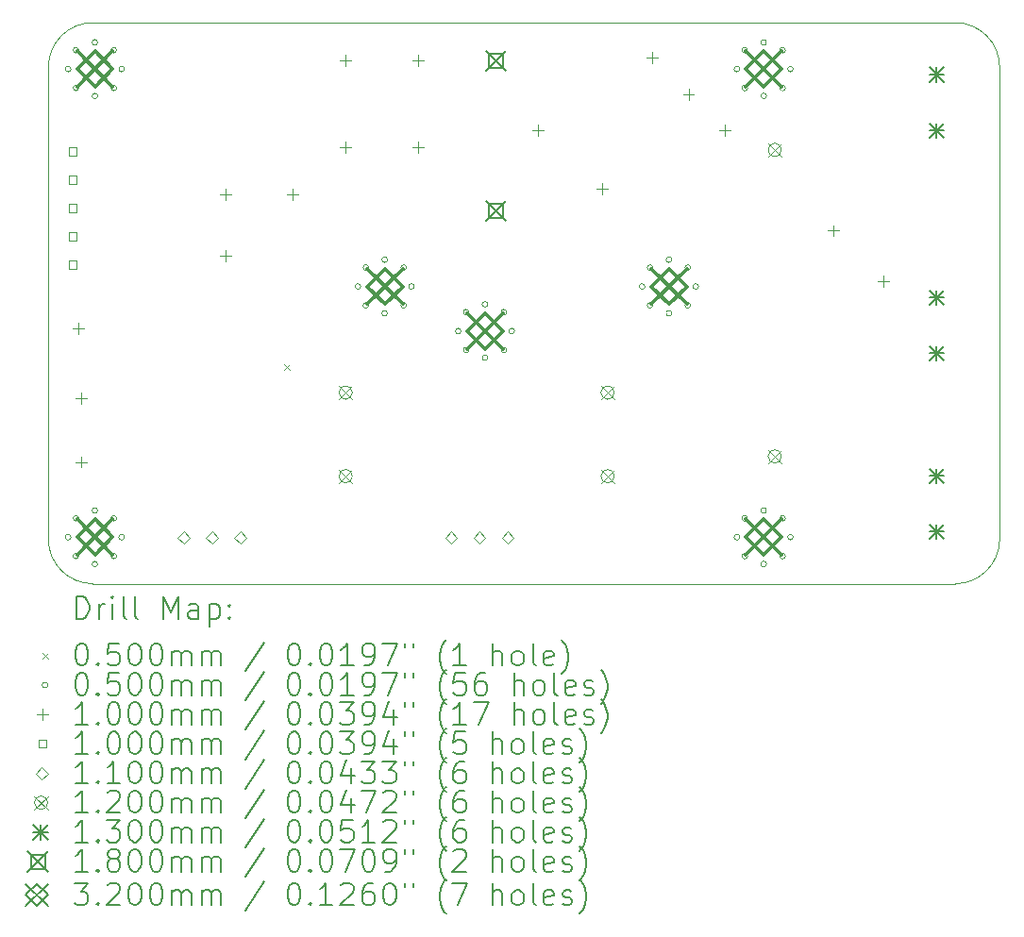
<source format=gbr>
%FSLAX45Y45*%
G04 Gerber Fmt 4.5, Leading zero omitted, Abs format (unit mm)*
G04 Created by KiCad (PCBNEW (6.0.6-1)-1) date 2022-07-07 18:27:10*
%MOMM*%
%LPD*%
G01*
G04 APERTURE LIST*
%TA.AperFunction,Profile*%
%ADD10C,0.100000*%
%TD*%
%ADD11C,0.200000*%
%ADD12C,0.050000*%
%ADD13C,0.100000*%
%ADD14C,0.110000*%
%ADD15C,0.120000*%
%ADD16C,0.130000*%
%ADD17C,0.180000*%
%ADD18C,0.320000*%
G04 APERTURE END LIST*
D10*
X19591657Y-8208343D02*
X19591657Y-12442657D01*
X11457343Y-7808343D02*
G75*
G03*
X11057343Y-8208343I-3J-399997D01*
G01*
X19591657Y-8208343D02*
G75*
G03*
X19191657Y-7808343I-399997J3D01*
G01*
X11457343Y-7808343D02*
X19191657Y-7808343D01*
X11057343Y-12442657D02*
G75*
G03*
X11457343Y-12842657I399997J-3D01*
G01*
X11057343Y-12442657D02*
X11057343Y-8208343D01*
X19191657Y-12842657D02*
X11457343Y-12842657D01*
X19191657Y-12842657D02*
G75*
G03*
X19591657Y-12442657I3J399997D01*
G01*
D11*
D12*
X13175000Y-10875000D02*
X13225000Y-10925000D01*
X13225000Y-10875000D02*
X13175000Y-10925000D01*
X11259500Y-8225500D02*
G75*
G03*
X11259500Y-8225500I-25000J0D01*
G01*
X11259500Y-12425500D02*
G75*
G03*
X11259500Y-12425500I-25000J0D01*
G01*
X11329794Y-8055794D02*
G75*
G03*
X11329794Y-8055794I-25000J0D01*
G01*
X11329794Y-8395206D02*
G75*
G03*
X11329794Y-8395206I-25000J0D01*
G01*
X11329794Y-12255794D02*
G75*
G03*
X11329794Y-12255794I-25000J0D01*
G01*
X11329794Y-12595206D02*
G75*
G03*
X11329794Y-12595206I-25000J0D01*
G01*
X11499500Y-7985500D02*
G75*
G03*
X11499500Y-7985500I-25000J0D01*
G01*
X11499500Y-8465500D02*
G75*
G03*
X11499500Y-8465500I-25000J0D01*
G01*
X11499500Y-12185500D02*
G75*
G03*
X11499500Y-12185500I-25000J0D01*
G01*
X11499500Y-12665500D02*
G75*
G03*
X11499500Y-12665500I-25000J0D01*
G01*
X11669206Y-8055794D02*
G75*
G03*
X11669206Y-8055794I-25000J0D01*
G01*
X11669206Y-8395206D02*
G75*
G03*
X11669206Y-8395206I-25000J0D01*
G01*
X11669206Y-12255794D02*
G75*
G03*
X11669206Y-12255794I-25000J0D01*
G01*
X11669206Y-12595206D02*
G75*
G03*
X11669206Y-12595206I-25000J0D01*
G01*
X11739500Y-8225500D02*
G75*
G03*
X11739500Y-8225500I-25000J0D01*
G01*
X11739500Y-12425500D02*
G75*
G03*
X11739500Y-12425500I-25000J0D01*
G01*
X13859500Y-10175500D02*
G75*
G03*
X13859500Y-10175500I-25000J0D01*
G01*
X13929794Y-10005794D02*
G75*
G03*
X13929794Y-10005794I-25000J0D01*
G01*
X13929794Y-10345206D02*
G75*
G03*
X13929794Y-10345206I-25000J0D01*
G01*
X14099500Y-9935500D02*
G75*
G03*
X14099500Y-9935500I-25000J0D01*
G01*
X14099500Y-10415500D02*
G75*
G03*
X14099500Y-10415500I-25000J0D01*
G01*
X14269206Y-10005794D02*
G75*
G03*
X14269206Y-10005794I-25000J0D01*
G01*
X14269206Y-10345206D02*
G75*
G03*
X14269206Y-10345206I-25000J0D01*
G01*
X14339500Y-10175500D02*
G75*
G03*
X14339500Y-10175500I-25000J0D01*
G01*
X14759500Y-10575500D02*
G75*
G03*
X14759500Y-10575500I-25000J0D01*
G01*
X14829794Y-10405794D02*
G75*
G03*
X14829794Y-10405794I-25000J0D01*
G01*
X14829794Y-10745206D02*
G75*
G03*
X14829794Y-10745206I-25000J0D01*
G01*
X14999500Y-10335500D02*
G75*
G03*
X14999500Y-10335500I-25000J0D01*
G01*
X14999500Y-10815500D02*
G75*
G03*
X14999500Y-10815500I-25000J0D01*
G01*
X15169206Y-10405794D02*
G75*
G03*
X15169206Y-10405794I-25000J0D01*
G01*
X15169206Y-10745206D02*
G75*
G03*
X15169206Y-10745206I-25000J0D01*
G01*
X15239500Y-10575500D02*
G75*
G03*
X15239500Y-10575500I-25000J0D01*
G01*
X16409500Y-10175500D02*
G75*
G03*
X16409500Y-10175500I-25000J0D01*
G01*
X16479794Y-10005794D02*
G75*
G03*
X16479794Y-10005794I-25000J0D01*
G01*
X16479794Y-10345206D02*
G75*
G03*
X16479794Y-10345206I-25000J0D01*
G01*
X16649500Y-9935500D02*
G75*
G03*
X16649500Y-9935500I-25000J0D01*
G01*
X16649500Y-10415500D02*
G75*
G03*
X16649500Y-10415500I-25000J0D01*
G01*
X16819206Y-10005794D02*
G75*
G03*
X16819206Y-10005794I-25000J0D01*
G01*
X16819206Y-10345206D02*
G75*
G03*
X16819206Y-10345206I-25000J0D01*
G01*
X16889500Y-10175500D02*
G75*
G03*
X16889500Y-10175500I-25000J0D01*
G01*
X17259500Y-8225500D02*
G75*
G03*
X17259500Y-8225500I-25000J0D01*
G01*
X17259500Y-12425500D02*
G75*
G03*
X17259500Y-12425500I-25000J0D01*
G01*
X17329794Y-8055794D02*
G75*
G03*
X17329794Y-8055794I-25000J0D01*
G01*
X17329794Y-8395206D02*
G75*
G03*
X17329794Y-8395206I-25000J0D01*
G01*
X17329794Y-12255794D02*
G75*
G03*
X17329794Y-12255794I-25000J0D01*
G01*
X17329794Y-12595206D02*
G75*
G03*
X17329794Y-12595206I-25000J0D01*
G01*
X17499500Y-7985500D02*
G75*
G03*
X17499500Y-7985500I-25000J0D01*
G01*
X17499500Y-8465500D02*
G75*
G03*
X17499500Y-8465500I-25000J0D01*
G01*
X17499500Y-12185500D02*
G75*
G03*
X17499500Y-12185500I-25000J0D01*
G01*
X17499500Y-12665500D02*
G75*
G03*
X17499500Y-12665500I-25000J0D01*
G01*
X17669206Y-8055794D02*
G75*
G03*
X17669206Y-8055794I-25000J0D01*
G01*
X17669206Y-8395206D02*
G75*
G03*
X17669206Y-8395206I-25000J0D01*
G01*
X17669206Y-12255794D02*
G75*
G03*
X17669206Y-12255794I-25000J0D01*
G01*
X17669206Y-12595206D02*
G75*
G03*
X17669206Y-12595206I-25000J0D01*
G01*
X17739500Y-8225500D02*
G75*
G03*
X17739500Y-8225500I-25000J0D01*
G01*
X17739500Y-12425500D02*
G75*
G03*
X17739500Y-12425500I-25000J0D01*
G01*
D13*
X11325000Y-10500000D02*
X11325000Y-10600000D01*
X11275000Y-10550000D02*
X11375000Y-10550000D01*
X11350000Y-11125000D02*
X11350000Y-11225000D01*
X11300000Y-11175000D02*
X11400000Y-11175000D01*
X11350000Y-11700000D02*
X11350000Y-11800000D01*
X11300000Y-11750000D02*
X11400000Y-11750000D01*
X12650000Y-9300000D02*
X12650000Y-9400000D01*
X12600000Y-9350000D02*
X12700000Y-9350000D01*
X12650000Y-9850000D02*
X12650000Y-9950000D01*
X12600000Y-9900000D02*
X12700000Y-9900000D01*
X13250000Y-9300000D02*
X13250000Y-9400000D01*
X13200000Y-9350000D02*
X13300000Y-9350000D01*
X13725000Y-8100000D02*
X13725000Y-8200000D01*
X13675000Y-8150000D02*
X13775000Y-8150000D01*
X13725000Y-8875000D02*
X13725000Y-8975000D01*
X13675000Y-8925000D02*
X13775000Y-8925000D01*
X14375000Y-8100000D02*
X14375000Y-8200000D01*
X14325000Y-8150000D02*
X14425000Y-8150000D01*
X14375000Y-8875000D02*
X14375000Y-8975000D01*
X14325000Y-8925000D02*
X14425000Y-8925000D01*
X15450000Y-8725000D02*
X15450000Y-8825000D01*
X15400000Y-8775000D02*
X15500000Y-8775000D01*
X16025000Y-9250000D02*
X16025000Y-9350000D01*
X15975000Y-9300000D02*
X16075000Y-9300000D01*
X16475000Y-8075000D02*
X16475000Y-8175000D01*
X16425000Y-8125000D02*
X16525000Y-8125000D01*
X16800000Y-8400000D02*
X16800000Y-8500000D01*
X16750000Y-8450000D02*
X16850000Y-8450000D01*
X17125000Y-8725000D02*
X17125000Y-8825000D01*
X17075000Y-8775000D02*
X17175000Y-8775000D01*
X18100000Y-9625000D02*
X18100000Y-9725000D01*
X18050000Y-9675000D02*
X18150000Y-9675000D01*
X18550000Y-10075000D02*
X18550000Y-10175000D01*
X18500000Y-10125000D02*
X18600000Y-10125000D01*
X11309856Y-8998856D02*
X11309856Y-8928144D01*
X11239144Y-8928144D01*
X11239144Y-8998856D01*
X11309856Y-8998856D01*
X11309856Y-9252856D02*
X11309856Y-9182144D01*
X11239144Y-9182144D01*
X11239144Y-9252856D01*
X11309856Y-9252856D01*
X11309856Y-9506856D02*
X11309856Y-9436144D01*
X11239144Y-9436144D01*
X11239144Y-9506856D01*
X11309856Y-9506856D01*
X11309856Y-9760856D02*
X11309856Y-9690144D01*
X11239144Y-9690144D01*
X11239144Y-9760856D01*
X11309856Y-9760856D01*
X11309856Y-10014856D02*
X11309856Y-9944144D01*
X11239144Y-9944144D01*
X11239144Y-10014856D01*
X11309856Y-10014856D01*
D14*
X12270500Y-12486000D02*
X12325500Y-12431000D01*
X12270500Y-12376000D01*
X12215500Y-12431000D01*
X12270500Y-12486000D01*
X12524500Y-12486000D02*
X12579500Y-12431000D01*
X12524500Y-12376000D01*
X12469500Y-12431000D01*
X12524500Y-12486000D01*
X12778500Y-12486000D02*
X12833500Y-12431000D01*
X12778500Y-12376000D01*
X12723500Y-12431000D01*
X12778500Y-12486000D01*
X14670500Y-12486000D02*
X14725500Y-12431000D01*
X14670500Y-12376000D01*
X14615500Y-12431000D01*
X14670500Y-12486000D01*
X14924500Y-12486000D02*
X14979500Y-12431000D01*
X14924500Y-12376000D01*
X14869500Y-12431000D01*
X14924500Y-12486000D01*
X15178500Y-12486000D02*
X15233500Y-12431000D01*
X15178500Y-12376000D01*
X15123500Y-12431000D01*
X15178500Y-12486000D01*
D15*
X13664500Y-11067722D02*
X13784500Y-11187722D01*
X13784500Y-11067722D02*
X13664500Y-11187722D01*
X13784500Y-11127722D02*
G75*
G03*
X13784500Y-11127722I-60000J0D01*
G01*
X13664500Y-11817722D02*
X13784500Y-11937722D01*
X13784500Y-11817722D02*
X13664500Y-11937722D01*
X13784500Y-11877722D02*
G75*
G03*
X13784500Y-11877722I-60000J0D01*
G01*
X16014500Y-11067722D02*
X16134500Y-11187722D01*
X16134500Y-11067722D02*
X16014500Y-11187722D01*
X16134500Y-11127722D02*
G75*
G03*
X16134500Y-11127722I-60000J0D01*
G01*
X16014500Y-11817722D02*
X16134500Y-11937722D01*
X16134500Y-11817722D02*
X16014500Y-11937722D01*
X16134500Y-11877722D02*
G75*
G03*
X16134500Y-11877722I-60000J0D01*
G01*
X17514500Y-8890500D02*
X17634500Y-9010500D01*
X17634500Y-8890500D02*
X17514500Y-9010500D01*
X17634500Y-8950500D02*
G75*
G03*
X17634500Y-8950500I-60000J0D01*
G01*
X17514500Y-11640500D02*
X17634500Y-11760500D01*
X17634500Y-11640500D02*
X17514500Y-11760500D01*
X17634500Y-11700500D02*
G75*
G03*
X17634500Y-11700500I-60000J0D01*
G01*
D16*
X18959500Y-8210500D02*
X19089500Y-8340500D01*
X19089500Y-8210500D02*
X18959500Y-8340500D01*
X19024500Y-8210500D02*
X19024500Y-8340500D01*
X18959500Y-8275500D02*
X19089500Y-8275500D01*
X18959500Y-8710500D02*
X19089500Y-8840500D01*
X19089500Y-8710500D02*
X18959500Y-8840500D01*
X19024500Y-8710500D02*
X19024500Y-8840500D01*
X18959500Y-8775500D02*
X19089500Y-8775500D01*
X18959500Y-10210500D02*
X19089500Y-10340500D01*
X19089500Y-10210500D02*
X18959500Y-10340500D01*
X19024500Y-10210500D02*
X19024500Y-10340500D01*
X18959500Y-10275500D02*
X19089500Y-10275500D01*
X18959500Y-10710500D02*
X19089500Y-10840500D01*
X19089500Y-10710500D02*
X18959500Y-10840500D01*
X19024500Y-10710500D02*
X19024500Y-10840500D01*
X18959500Y-10775500D02*
X19089500Y-10775500D01*
X18959500Y-11810500D02*
X19089500Y-11940500D01*
X19089500Y-11810500D02*
X18959500Y-11940500D01*
X19024500Y-11810500D02*
X19024500Y-11940500D01*
X18959500Y-11875500D02*
X19089500Y-11875500D01*
X18959500Y-12310500D02*
X19089500Y-12440500D01*
X19089500Y-12310500D02*
X18959500Y-12440500D01*
X19024500Y-12310500D02*
X19024500Y-12440500D01*
X18959500Y-12375500D02*
X19089500Y-12375500D01*
D17*
X14984500Y-8060000D02*
X15164500Y-8240000D01*
X15164500Y-8060000D02*
X14984500Y-8240000D01*
X15138140Y-8213640D02*
X15138140Y-8086360D01*
X15010860Y-8086360D01*
X15010860Y-8213640D01*
X15138140Y-8213640D01*
X14984500Y-9410000D02*
X15164500Y-9590000D01*
X15164500Y-9410000D02*
X14984500Y-9590000D01*
X15138140Y-9563640D02*
X15138140Y-9436360D01*
X15010860Y-9436360D01*
X15010860Y-9563640D01*
X15138140Y-9563640D01*
D18*
X11314500Y-8065500D02*
X11634500Y-8385500D01*
X11634500Y-8065500D02*
X11314500Y-8385500D01*
X11474500Y-8385500D02*
X11634500Y-8225500D01*
X11474500Y-8065500D01*
X11314500Y-8225500D01*
X11474500Y-8385500D01*
X11314500Y-12265500D02*
X11634500Y-12585500D01*
X11634500Y-12265500D02*
X11314500Y-12585500D01*
X11474500Y-12585500D02*
X11634500Y-12425500D01*
X11474500Y-12265500D01*
X11314500Y-12425500D01*
X11474500Y-12585500D01*
X13914500Y-10015500D02*
X14234500Y-10335500D01*
X14234500Y-10015500D02*
X13914500Y-10335500D01*
X14074500Y-10335500D02*
X14234500Y-10175500D01*
X14074500Y-10015500D01*
X13914500Y-10175500D01*
X14074500Y-10335500D01*
X14814500Y-10415500D02*
X15134500Y-10735500D01*
X15134500Y-10415500D02*
X14814500Y-10735500D01*
X14974500Y-10735500D02*
X15134500Y-10575500D01*
X14974500Y-10415500D01*
X14814500Y-10575500D01*
X14974500Y-10735500D01*
X16464500Y-10015500D02*
X16784500Y-10335500D01*
X16784500Y-10015500D02*
X16464500Y-10335500D01*
X16624500Y-10335500D02*
X16784500Y-10175500D01*
X16624500Y-10015500D01*
X16464500Y-10175500D01*
X16624500Y-10335500D01*
X17314500Y-8065500D02*
X17634500Y-8385500D01*
X17634500Y-8065500D02*
X17314500Y-8385500D01*
X17474500Y-8385500D02*
X17634500Y-8225500D01*
X17474500Y-8065500D01*
X17314500Y-8225500D01*
X17474500Y-8385500D01*
X17314500Y-12265500D02*
X17634500Y-12585500D01*
X17634500Y-12265500D02*
X17314500Y-12585500D01*
X17474500Y-12585500D02*
X17634500Y-12425500D01*
X17474500Y-12265500D01*
X17314500Y-12425500D01*
X17474500Y-12585500D01*
D11*
X11309962Y-13158133D02*
X11309962Y-12958133D01*
X11357581Y-12958133D01*
X11386152Y-12967657D01*
X11405200Y-12986705D01*
X11414724Y-13005752D01*
X11424247Y-13043848D01*
X11424247Y-13072419D01*
X11414724Y-13110514D01*
X11405200Y-13129562D01*
X11386152Y-13148610D01*
X11357581Y-13158133D01*
X11309962Y-13158133D01*
X11509962Y-13158133D02*
X11509962Y-13024800D01*
X11509962Y-13062895D02*
X11519485Y-13043848D01*
X11529009Y-13034324D01*
X11548057Y-13024800D01*
X11567105Y-13024800D01*
X11633771Y-13158133D02*
X11633771Y-13024800D01*
X11633771Y-12958133D02*
X11624247Y-12967657D01*
X11633771Y-12977181D01*
X11643295Y-12967657D01*
X11633771Y-12958133D01*
X11633771Y-12977181D01*
X11757581Y-13158133D02*
X11738533Y-13148610D01*
X11729009Y-13129562D01*
X11729009Y-12958133D01*
X11862343Y-13158133D02*
X11843295Y-13148610D01*
X11833771Y-13129562D01*
X11833771Y-12958133D01*
X12090914Y-13158133D02*
X12090914Y-12958133D01*
X12157581Y-13100991D01*
X12224247Y-12958133D01*
X12224247Y-13158133D01*
X12405200Y-13158133D02*
X12405200Y-13053371D01*
X12395676Y-13034324D01*
X12376628Y-13024800D01*
X12338533Y-13024800D01*
X12319485Y-13034324D01*
X12405200Y-13148610D02*
X12386152Y-13158133D01*
X12338533Y-13158133D01*
X12319485Y-13148610D01*
X12309962Y-13129562D01*
X12309962Y-13110514D01*
X12319485Y-13091467D01*
X12338533Y-13081943D01*
X12386152Y-13081943D01*
X12405200Y-13072419D01*
X12500438Y-13024800D02*
X12500438Y-13224800D01*
X12500438Y-13034324D02*
X12519485Y-13024800D01*
X12557581Y-13024800D01*
X12576628Y-13034324D01*
X12586152Y-13043848D01*
X12595676Y-13062895D01*
X12595676Y-13120038D01*
X12586152Y-13139086D01*
X12576628Y-13148610D01*
X12557581Y-13158133D01*
X12519485Y-13158133D01*
X12500438Y-13148610D01*
X12681390Y-13139086D02*
X12690914Y-13148610D01*
X12681390Y-13158133D01*
X12671866Y-13148610D01*
X12681390Y-13139086D01*
X12681390Y-13158133D01*
X12681390Y-13034324D02*
X12690914Y-13043848D01*
X12681390Y-13053371D01*
X12671866Y-13043848D01*
X12681390Y-13034324D01*
X12681390Y-13053371D01*
D12*
X11002343Y-13462657D02*
X11052343Y-13512657D01*
X11052343Y-13462657D02*
X11002343Y-13512657D01*
D11*
X11348057Y-13378133D02*
X11367105Y-13378133D01*
X11386152Y-13387657D01*
X11395676Y-13397181D01*
X11405200Y-13416229D01*
X11414724Y-13454324D01*
X11414724Y-13501943D01*
X11405200Y-13540038D01*
X11395676Y-13559086D01*
X11386152Y-13568610D01*
X11367105Y-13578133D01*
X11348057Y-13578133D01*
X11329009Y-13568610D01*
X11319485Y-13559086D01*
X11309962Y-13540038D01*
X11300438Y-13501943D01*
X11300438Y-13454324D01*
X11309962Y-13416229D01*
X11319485Y-13397181D01*
X11329009Y-13387657D01*
X11348057Y-13378133D01*
X11500438Y-13559086D02*
X11509962Y-13568610D01*
X11500438Y-13578133D01*
X11490914Y-13568610D01*
X11500438Y-13559086D01*
X11500438Y-13578133D01*
X11690914Y-13378133D02*
X11595676Y-13378133D01*
X11586152Y-13473371D01*
X11595676Y-13463848D01*
X11614724Y-13454324D01*
X11662343Y-13454324D01*
X11681390Y-13463848D01*
X11690914Y-13473371D01*
X11700438Y-13492419D01*
X11700438Y-13540038D01*
X11690914Y-13559086D01*
X11681390Y-13568610D01*
X11662343Y-13578133D01*
X11614724Y-13578133D01*
X11595676Y-13568610D01*
X11586152Y-13559086D01*
X11824247Y-13378133D02*
X11843295Y-13378133D01*
X11862343Y-13387657D01*
X11871866Y-13397181D01*
X11881390Y-13416229D01*
X11890914Y-13454324D01*
X11890914Y-13501943D01*
X11881390Y-13540038D01*
X11871866Y-13559086D01*
X11862343Y-13568610D01*
X11843295Y-13578133D01*
X11824247Y-13578133D01*
X11805200Y-13568610D01*
X11795676Y-13559086D01*
X11786152Y-13540038D01*
X11776628Y-13501943D01*
X11776628Y-13454324D01*
X11786152Y-13416229D01*
X11795676Y-13397181D01*
X11805200Y-13387657D01*
X11824247Y-13378133D01*
X12014724Y-13378133D02*
X12033771Y-13378133D01*
X12052819Y-13387657D01*
X12062343Y-13397181D01*
X12071866Y-13416229D01*
X12081390Y-13454324D01*
X12081390Y-13501943D01*
X12071866Y-13540038D01*
X12062343Y-13559086D01*
X12052819Y-13568610D01*
X12033771Y-13578133D01*
X12014724Y-13578133D01*
X11995676Y-13568610D01*
X11986152Y-13559086D01*
X11976628Y-13540038D01*
X11967105Y-13501943D01*
X11967105Y-13454324D01*
X11976628Y-13416229D01*
X11986152Y-13397181D01*
X11995676Y-13387657D01*
X12014724Y-13378133D01*
X12167105Y-13578133D02*
X12167105Y-13444800D01*
X12167105Y-13463848D02*
X12176628Y-13454324D01*
X12195676Y-13444800D01*
X12224247Y-13444800D01*
X12243295Y-13454324D01*
X12252819Y-13473371D01*
X12252819Y-13578133D01*
X12252819Y-13473371D02*
X12262343Y-13454324D01*
X12281390Y-13444800D01*
X12309962Y-13444800D01*
X12329009Y-13454324D01*
X12338533Y-13473371D01*
X12338533Y-13578133D01*
X12433771Y-13578133D02*
X12433771Y-13444800D01*
X12433771Y-13463848D02*
X12443295Y-13454324D01*
X12462343Y-13444800D01*
X12490914Y-13444800D01*
X12509962Y-13454324D01*
X12519485Y-13473371D01*
X12519485Y-13578133D01*
X12519485Y-13473371D02*
X12529009Y-13454324D01*
X12548057Y-13444800D01*
X12576628Y-13444800D01*
X12595676Y-13454324D01*
X12605200Y-13473371D01*
X12605200Y-13578133D01*
X12995676Y-13368610D02*
X12824247Y-13625752D01*
X13252819Y-13378133D02*
X13271866Y-13378133D01*
X13290914Y-13387657D01*
X13300438Y-13397181D01*
X13309962Y-13416229D01*
X13319485Y-13454324D01*
X13319485Y-13501943D01*
X13309962Y-13540038D01*
X13300438Y-13559086D01*
X13290914Y-13568610D01*
X13271866Y-13578133D01*
X13252819Y-13578133D01*
X13233771Y-13568610D01*
X13224247Y-13559086D01*
X13214724Y-13540038D01*
X13205200Y-13501943D01*
X13205200Y-13454324D01*
X13214724Y-13416229D01*
X13224247Y-13397181D01*
X13233771Y-13387657D01*
X13252819Y-13378133D01*
X13405200Y-13559086D02*
X13414724Y-13568610D01*
X13405200Y-13578133D01*
X13395676Y-13568610D01*
X13405200Y-13559086D01*
X13405200Y-13578133D01*
X13538533Y-13378133D02*
X13557581Y-13378133D01*
X13576628Y-13387657D01*
X13586152Y-13397181D01*
X13595676Y-13416229D01*
X13605200Y-13454324D01*
X13605200Y-13501943D01*
X13595676Y-13540038D01*
X13586152Y-13559086D01*
X13576628Y-13568610D01*
X13557581Y-13578133D01*
X13538533Y-13578133D01*
X13519485Y-13568610D01*
X13509962Y-13559086D01*
X13500438Y-13540038D01*
X13490914Y-13501943D01*
X13490914Y-13454324D01*
X13500438Y-13416229D01*
X13509962Y-13397181D01*
X13519485Y-13387657D01*
X13538533Y-13378133D01*
X13795676Y-13578133D02*
X13681390Y-13578133D01*
X13738533Y-13578133D02*
X13738533Y-13378133D01*
X13719485Y-13406705D01*
X13700438Y-13425752D01*
X13681390Y-13435276D01*
X13890914Y-13578133D02*
X13929009Y-13578133D01*
X13948057Y-13568610D01*
X13957581Y-13559086D01*
X13976628Y-13530514D01*
X13986152Y-13492419D01*
X13986152Y-13416229D01*
X13976628Y-13397181D01*
X13967105Y-13387657D01*
X13948057Y-13378133D01*
X13909962Y-13378133D01*
X13890914Y-13387657D01*
X13881390Y-13397181D01*
X13871866Y-13416229D01*
X13871866Y-13463848D01*
X13881390Y-13482895D01*
X13890914Y-13492419D01*
X13909962Y-13501943D01*
X13948057Y-13501943D01*
X13967105Y-13492419D01*
X13976628Y-13482895D01*
X13986152Y-13463848D01*
X14052819Y-13378133D02*
X14186152Y-13378133D01*
X14100438Y-13578133D01*
X14252819Y-13378133D02*
X14252819Y-13416229D01*
X14329009Y-13378133D02*
X14329009Y-13416229D01*
X14624247Y-13654324D02*
X14614724Y-13644800D01*
X14595676Y-13616229D01*
X14586152Y-13597181D01*
X14576628Y-13568610D01*
X14567105Y-13520991D01*
X14567105Y-13482895D01*
X14576628Y-13435276D01*
X14586152Y-13406705D01*
X14595676Y-13387657D01*
X14614724Y-13359086D01*
X14624247Y-13349562D01*
X14805200Y-13578133D02*
X14690914Y-13578133D01*
X14748057Y-13578133D02*
X14748057Y-13378133D01*
X14729009Y-13406705D01*
X14709962Y-13425752D01*
X14690914Y-13435276D01*
X15043295Y-13578133D02*
X15043295Y-13378133D01*
X15129009Y-13578133D02*
X15129009Y-13473371D01*
X15119485Y-13454324D01*
X15100438Y-13444800D01*
X15071866Y-13444800D01*
X15052819Y-13454324D01*
X15043295Y-13463848D01*
X15252819Y-13578133D02*
X15233771Y-13568610D01*
X15224247Y-13559086D01*
X15214724Y-13540038D01*
X15214724Y-13482895D01*
X15224247Y-13463848D01*
X15233771Y-13454324D01*
X15252819Y-13444800D01*
X15281390Y-13444800D01*
X15300438Y-13454324D01*
X15309962Y-13463848D01*
X15319485Y-13482895D01*
X15319485Y-13540038D01*
X15309962Y-13559086D01*
X15300438Y-13568610D01*
X15281390Y-13578133D01*
X15252819Y-13578133D01*
X15433771Y-13578133D02*
X15414724Y-13568610D01*
X15405200Y-13549562D01*
X15405200Y-13378133D01*
X15586152Y-13568610D02*
X15567105Y-13578133D01*
X15529009Y-13578133D01*
X15509962Y-13568610D01*
X15500438Y-13549562D01*
X15500438Y-13473371D01*
X15509962Y-13454324D01*
X15529009Y-13444800D01*
X15567105Y-13444800D01*
X15586152Y-13454324D01*
X15595676Y-13473371D01*
X15595676Y-13492419D01*
X15500438Y-13511467D01*
X15662343Y-13654324D02*
X15671866Y-13644800D01*
X15690914Y-13616229D01*
X15700438Y-13597181D01*
X15709962Y-13568610D01*
X15719485Y-13520991D01*
X15719485Y-13482895D01*
X15709962Y-13435276D01*
X15700438Y-13406705D01*
X15690914Y-13387657D01*
X15671866Y-13359086D01*
X15662343Y-13349562D01*
D12*
X11052343Y-13751657D02*
G75*
G03*
X11052343Y-13751657I-25000J0D01*
G01*
D11*
X11348057Y-13642133D02*
X11367105Y-13642133D01*
X11386152Y-13651657D01*
X11395676Y-13661181D01*
X11405200Y-13680229D01*
X11414724Y-13718324D01*
X11414724Y-13765943D01*
X11405200Y-13804038D01*
X11395676Y-13823086D01*
X11386152Y-13832610D01*
X11367105Y-13842133D01*
X11348057Y-13842133D01*
X11329009Y-13832610D01*
X11319485Y-13823086D01*
X11309962Y-13804038D01*
X11300438Y-13765943D01*
X11300438Y-13718324D01*
X11309962Y-13680229D01*
X11319485Y-13661181D01*
X11329009Y-13651657D01*
X11348057Y-13642133D01*
X11500438Y-13823086D02*
X11509962Y-13832610D01*
X11500438Y-13842133D01*
X11490914Y-13832610D01*
X11500438Y-13823086D01*
X11500438Y-13842133D01*
X11690914Y-13642133D02*
X11595676Y-13642133D01*
X11586152Y-13737371D01*
X11595676Y-13727848D01*
X11614724Y-13718324D01*
X11662343Y-13718324D01*
X11681390Y-13727848D01*
X11690914Y-13737371D01*
X11700438Y-13756419D01*
X11700438Y-13804038D01*
X11690914Y-13823086D01*
X11681390Y-13832610D01*
X11662343Y-13842133D01*
X11614724Y-13842133D01*
X11595676Y-13832610D01*
X11586152Y-13823086D01*
X11824247Y-13642133D02*
X11843295Y-13642133D01*
X11862343Y-13651657D01*
X11871866Y-13661181D01*
X11881390Y-13680229D01*
X11890914Y-13718324D01*
X11890914Y-13765943D01*
X11881390Y-13804038D01*
X11871866Y-13823086D01*
X11862343Y-13832610D01*
X11843295Y-13842133D01*
X11824247Y-13842133D01*
X11805200Y-13832610D01*
X11795676Y-13823086D01*
X11786152Y-13804038D01*
X11776628Y-13765943D01*
X11776628Y-13718324D01*
X11786152Y-13680229D01*
X11795676Y-13661181D01*
X11805200Y-13651657D01*
X11824247Y-13642133D01*
X12014724Y-13642133D02*
X12033771Y-13642133D01*
X12052819Y-13651657D01*
X12062343Y-13661181D01*
X12071866Y-13680229D01*
X12081390Y-13718324D01*
X12081390Y-13765943D01*
X12071866Y-13804038D01*
X12062343Y-13823086D01*
X12052819Y-13832610D01*
X12033771Y-13842133D01*
X12014724Y-13842133D01*
X11995676Y-13832610D01*
X11986152Y-13823086D01*
X11976628Y-13804038D01*
X11967105Y-13765943D01*
X11967105Y-13718324D01*
X11976628Y-13680229D01*
X11986152Y-13661181D01*
X11995676Y-13651657D01*
X12014724Y-13642133D01*
X12167105Y-13842133D02*
X12167105Y-13708800D01*
X12167105Y-13727848D02*
X12176628Y-13718324D01*
X12195676Y-13708800D01*
X12224247Y-13708800D01*
X12243295Y-13718324D01*
X12252819Y-13737371D01*
X12252819Y-13842133D01*
X12252819Y-13737371D02*
X12262343Y-13718324D01*
X12281390Y-13708800D01*
X12309962Y-13708800D01*
X12329009Y-13718324D01*
X12338533Y-13737371D01*
X12338533Y-13842133D01*
X12433771Y-13842133D02*
X12433771Y-13708800D01*
X12433771Y-13727848D02*
X12443295Y-13718324D01*
X12462343Y-13708800D01*
X12490914Y-13708800D01*
X12509962Y-13718324D01*
X12519485Y-13737371D01*
X12519485Y-13842133D01*
X12519485Y-13737371D02*
X12529009Y-13718324D01*
X12548057Y-13708800D01*
X12576628Y-13708800D01*
X12595676Y-13718324D01*
X12605200Y-13737371D01*
X12605200Y-13842133D01*
X12995676Y-13632610D02*
X12824247Y-13889752D01*
X13252819Y-13642133D02*
X13271866Y-13642133D01*
X13290914Y-13651657D01*
X13300438Y-13661181D01*
X13309962Y-13680229D01*
X13319485Y-13718324D01*
X13319485Y-13765943D01*
X13309962Y-13804038D01*
X13300438Y-13823086D01*
X13290914Y-13832610D01*
X13271866Y-13842133D01*
X13252819Y-13842133D01*
X13233771Y-13832610D01*
X13224247Y-13823086D01*
X13214724Y-13804038D01*
X13205200Y-13765943D01*
X13205200Y-13718324D01*
X13214724Y-13680229D01*
X13224247Y-13661181D01*
X13233771Y-13651657D01*
X13252819Y-13642133D01*
X13405200Y-13823086D02*
X13414724Y-13832610D01*
X13405200Y-13842133D01*
X13395676Y-13832610D01*
X13405200Y-13823086D01*
X13405200Y-13842133D01*
X13538533Y-13642133D02*
X13557581Y-13642133D01*
X13576628Y-13651657D01*
X13586152Y-13661181D01*
X13595676Y-13680229D01*
X13605200Y-13718324D01*
X13605200Y-13765943D01*
X13595676Y-13804038D01*
X13586152Y-13823086D01*
X13576628Y-13832610D01*
X13557581Y-13842133D01*
X13538533Y-13842133D01*
X13519485Y-13832610D01*
X13509962Y-13823086D01*
X13500438Y-13804038D01*
X13490914Y-13765943D01*
X13490914Y-13718324D01*
X13500438Y-13680229D01*
X13509962Y-13661181D01*
X13519485Y-13651657D01*
X13538533Y-13642133D01*
X13795676Y-13842133D02*
X13681390Y-13842133D01*
X13738533Y-13842133D02*
X13738533Y-13642133D01*
X13719485Y-13670705D01*
X13700438Y-13689752D01*
X13681390Y-13699276D01*
X13890914Y-13842133D02*
X13929009Y-13842133D01*
X13948057Y-13832610D01*
X13957581Y-13823086D01*
X13976628Y-13794514D01*
X13986152Y-13756419D01*
X13986152Y-13680229D01*
X13976628Y-13661181D01*
X13967105Y-13651657D01*
X13948057Y-13642133D01*
X13909962Y-13642133D01*
X13890914Y-13651657D01*
X13881390Y-13661181D01*
X13871866Y-13680229D01*
X13871866Y-13727848D01*
X13881390Y-13746895D01*
X13890914Y-13756419D01*
X13909962Y-13765943D01*
X13948057Y-13765943D01*
X13967105Y-13756419D01*
X13976628Y-13746895D01*
X13986152Y-13727848D01*
X14052819Y-13642133D02*
X14186152Y-13642133D01*
X14100438Y-13842133D01*
X14252819Y-13642133D02*
X14252819Y-13680229D01*
X14329009Y-13642133D02*
X14329009Y-13680229D01*
X14624247Y-13918324D02*
X14614724Y-13908800D01*
X14595676Y-13880229D01*
X14586152Y-13861181D01*
X14576628Y-13832610D01*
X14567105Y-13784991D01*
X14567105Y-13746895D01*
X14576628Y-13699276D01*
X14586152Y-13670705D01*
X14595676Y-13651657D01*
X14614724Y-13623086D01*
X14624247Y-13613562D01*
X14795676Y-13642133D02*
X14700438Y-13642133D01*
X14690914Y-13737371D01*
X14700438Y-13727848D01*
X14719485Y-13718324D01*
X14767105Y-13718324D01*
X14786152Y-13727848D01*
X14795676Y-13737371D01*
X14805200Y-13756419D01*
X14805200Y-13804038D01*
X14795676Y-13823086D01*
X14786152Y-13832610D01*
X14767105Y-13842133D01*
X14719485Y-13842133D01*
X14700438Y-13832610D01*
X14690914Y-13823086D01*
X14976628Y-13642133D02*
X14938533Y-13642133D01*
X14919485Y-13651657D01*
X14909962Y-13661181D01*
X14890914Y-13689752D01*
X14881390Y-13727848D01*
X14881390Y-13804038D01*
X14890914Y-13823086D01*
X14900438Y-13832610D01*
X14919485Y-13842133D01*
X14957581Y-13842133D01*
X14976628Y-13832610D01*
X14986152Y-13823086D01*
X14995676Y-13804038D01*
X14995676Y-13756419D01*
X14986152Y-13737371D01*
X14976628Y-13727848D01*
X14957581Y-13718324D01*
X14919485Y-13718324D01*
X14900438Y-13727848D01*
X14890914Y-13737371D01*
X14881390Y-13756419D01*
X15233771Y-13842133D02*
X15233771Y-13642133D01*
X15319485Y-13842133D02*
X15319485Y-13737371D01*
X15309962Y-13718324D01*
X15290914Y-13708800D01*
X15262343Y-13708800D01*
X15243295Y-13718324D01*
X15233771Y-13727848D01*
X15443295Y-13842133D02*
X15424247Y-13832610D01*
X15414724Y-13823086D01*
X15405200Y-13804038D01*
X15405200Y-13746895D01*
X15414724Y-13727848D01*
X15424247Y-13718324D01*
X15443295Y-13708800D01*
X15471866Y-13708800D01*
X15490914Y-13718324D01*
X15500438Y-13727848D01*
X15509962Y-13746895D01*
X15509962Y-13804038D01*
X15500438Y-13823086D01*
X15490914Y-13832610D01*
X15471866Y-13842133D01*
X15443295Y-13842133D01*
X15624247Y-13842133D02*
X15605200Y-13832610D01*
X15595676Y-13813562D01*
X15595676Y-13642133D01*
X15776628Y-13832610D02*
X15757581Y-13842133D01*
X15719485Y-13842133D01*
X15700438Y-13832610D01*
X15690914Y-13813562D01*
X15690914Y-13737371D01*
X15700438Y-13718324D01*
X15719485Y-13708800D01*
X15757581Y-13708800D01*
X15776628Y-13718324D01*
X15786152Y-13737371D01*
X15786152Y-13756419D01*
X15690914Y-13775467D01*
X15862343Y-13832610D02*
X15881390Y-13842133D01*
X15919485Y-13842133D01*
X15938533Y-13832610D01*
X15948057Y-13813562D01*
X15948057Y-13804038D01*
X15938533Y-13784991D01*
X15919485Y-13775467D01*
X15890914Y-13775467D01*
X15871866Y-13765943D01*
X15862343Y-13746895D01*
X15862343Y-13737371D01*
X15871866Y-13718324D01*
X15890914Y-13708800D01*
X15919485Y-13708800D01*
X15938533Y-13718324D01*
X16014724Y-13918324D02*
X16024247Y-13908800D01*
X16043295Y-13880229D01*
X16052819Y-13861181D01*
X16062343Y-13832610D01*
X16071866Y-13784991D01*
X16071866Y-13746895D01*
X16062343Y-13699276D01*
X16052819Y-13670705D01*
X16043295Y-13651657D01*
X16024247Y-13623086D01*
X16014724Y-13613562D01*
D13*
X11002343Y-13965657D02*
X11002343Y-14065657D01*
X10952343Y-14015657D02*
X11052343Y-14015657D01*
D11*
X11414724Y-14106133D02*
X11300438Y-14106133D01*
X11357581Y-14106133D02*
X11357581Y-13906133D01*
X11338533Y-13934705D01*
X11319485Y-13953752D01*
X11300438Y-13963276D01*
X11500438Y-14087086D02*
X11509962Y-14096610D01*
X11500438Y-14106133D01*
X11490914Y-14096610D01*
X11500438Y-14087086D01*
X11500438Y-14106133D01*
X11633771Y-13906133D02*
X11652819Y-13906133D01*
X11671866Y-13915657D01*
X11681390Y-13925181D01*
X11690914Y-13944229D01*
X11700438Y-13982324D01*
X11700438Y-14029943D01*
X11690914Y-14068038D01*
X11681390Y-14087086D01*
X11671866Y-14096610D01*
X11652819Y-14106133D01*
X11633771Y-14106133D01*
X11614724Y-14096610D01*
X11605200Y-14087086D01*
X11595676Y-14068038D01*
X11586152Y-14029943D01*
X11586152Y-13982324D01*
X11595676Y-13944229D01*
X11605200Y-13925181D01*
X11614724Y-13915657D01*
X11633771Y-13906133D01*
X11824247Y-13906133D02*
X11843295Y-13906133D01*
X11862343Y-13915657D01*
X11871866Y-13925181D01*
X11881390Y-13944229D01*
X11890914Y-13982324D01*
X11890914Y-14029943D01*
X11881390Y-14068038D01*
X11871866Y-14087086D01*
X11862343Y-14096610D01*
X11843295Y-14106133D01*
X11824247Y-14106133D01*
X11805200Y-14096610D01*
X11795676Y-14087086D01*
X11786152Y-14068038D01*
X11776628Y-14029943D01*
X11776628Y-13982324D01*
X11786152Y-13944229D01*
X11795676Y-13925181D01*
X11805200Y-13915657D01*
X11824247Y-13906133D01*
X12014724Y-13906133D02*
X12033771Y-13906133D01*
X12052819Y-13915657D01*
X12062343Y-13925181D01*
X12071866Y-13944229D01*
X12081390Y-13982324D01*
X12081390Y-14029943D01*
X12071866Y-14068038D01*
X12062343Y-14087086D01*
X12052819Y-14096610D01*
X12033771Y-14106133D01*
X12014724Y-14106133D01*
X11995676Y-14096610D01*
X11986152Y-14087086D01*
X11976628Y-14068038D01*
X11967105Y-14029943D01*
X11967105Y-13982324D01*
X11976628Y-13944229D01*
X11986152Y-13925181D01*
X11995676Y-13915657D01*
X12014724Y-13906133D01*
X12167105Y-14106133D02*
X12167105Y-13972800D01*
X12167105Y-13991848D02*
X12176628Y-13982324D01*
X12195676Y-13972800D01*
X12224247Y-13972800D01*
X12243295Y-13982324D01*
X12252819Y-14001371D01*
X12252819Y-14106133D01*
X12252819Y-14001371D02*
X12262343Y-13982324D01*
X12281390Y-13972800D01*
X12309962Y-13972800D01*
X12329009Y-13982324D01*
X12338533Y-14001371D01*
X12338533Y-14106133D01*
X12433771Y-14106133D02*
X12433771Y-13972800D01*
X12433771Y-13991848D02*
X12443295Y-13982324D01*
X12462343Y-13972800D01*
X12490914Y-13972800D01*
X12509962Y-13982324D01*
X12519485Y-14001371D01*
X12519485Y-14106133D01*
X12519485Y-14001371D02*
X12529009Y-13982324D01*
X12548057Y-13972800D01*
X12576628Y-13972800D01*
X12595676Y-13982324D01*
X12605200Y-14001371D01*
X12605200Y-14106133D01*
X12995676Y-13896610D02*
X12824247Y-14153752D01*
X13252819Y-13906133D02*
X13271866Y-13906133D01*
X13290914Y-13915657D01*
X13300438Y-13925181D01*
X13309962Y-13944229D01*
X13319485Y-13982324D01*
X13319485Y-14029943D01*
X13309962Y-14068038D01*
X13300438Y-14087086D01*
X13290914Y-14096610D01*
X13271866Y-14106133D01*
X13252819Y-14106133D01*
X13233771Y-14096610D01*
X13224247Y-14087086D01*
X13214724Y-14068038D01*
X13205200Y-14029943D01*
X13205200Y-13982324D01*
X13214724Y-13944229D01*
X13224247Y-13925181D01*
X13233771Y-13915657D01*
X13252819Y-13906133D01*
X13405200Y-14087086D02*
X13414724Y-14096610D01*
X13405200Y-14106133D01*
X13395676Y-14096610D01*
X13405200Y-14087086D01*
X13405200Y-14106133D01*
X13538533Y-13906133D02*
X13557581Y-13906133D01*
X13576628Y-13915657D01*
X13586152Y-13925181D01*
X13595676Y-13944229D01*
X13605200Y-13982324D01*
X13605200Y-14029943D01*
X13595676Y-14068038D01*
X13586152Y-14087086D01*
X13576628Y-14096610D01*
X13557581Y-14106133D01*
X13538533Y-14106133D01*
X13519485Y-14096610D01*
X13509962Y-14087086D01*
X13500438Y-14068038D01*
X13490914Y-14029943D01*
X13490914Y-13982324D01*
X13500438Y-13944229D01*
X13509962Y-13925181D01*
X13519485Y-13915657D01*
X13538533Y-13906133D01*
X13671866Y-13906133D02*
X13795676Y-13906133D01*
X13729009Y-13982324D01*
X13757581Y-13982324D01*
X13776628Y-13991848D01*
X13786152Y-14001371D01*
X13795676Y-14020419D01*
X13795676Y-14068038D01*
X13786152Y-14087086D01*
X13776628Y-14096610D01*
X13757581Y-14106133D01*
X13700438Y-14106133D01*
X13681390Y-14096610D01*
X13671866Y-14087086D01*
X13890914Y-14106133D02*
X13929009Y-14106133D01*
X13948057Y-14096610D01*
X13957581Y-14087086D01*
X13976628Y-14058514D01*
X13986152Y-14020419D01*
X13986152Y-13944229D01*
X13976628Y-13925181D01*
X13967105Y-13915657D01*
X13948057Y-13906133D01*
X13909962Y-13906133D01*
X13890914Y-13915657D01*
X13881390Y-13925181D01*
X13871866Y-13944229D01*
X13871866Y-13991848D01*
X13881390Y-14010895D01*
X13890914Y-14020419D01*
X13909962Y-14029943D01*
X13948057Y-14029943D01*
X13967105Y-14020419D01*
X13976628Y-14010895D01*
X13986152Y-13991848D01*
X14157581Y-13972800D02*
X14157581Y-14106133D01*
X14109962Y-13896610D02*
X14062343Y-14039467D01*
X14186152Y-14039467D01*
X14252819Y-13906133D02*
X14252819Y-13944229D01*
X14329009Y-13906133D02*
X14329009Y-13944229D01*
X14624247Y-14182324D02*
X14614724Y-14172800D01*
X14595676Y-14144229D01*
X14586152Y-14125181D01*
X14576628Y-14096610D01*
X14567105Y-14048991D01*
X14567105Y-14010895D01*
X14576628Y-13963276D01*
X14586152Y-13934705D01*
X14595676Y-13915657D01*
X14614724Y-13887086D01*
X14624247Y-13877562D01*
X14805200Y-14106133D02*
X14690914Y-14106133D01*
X14748057Y-14106133D02*
X14748057Y-13906133D01*
X14729009Y-13934705D01*
X14709962Y-13953752D01*
X14690914Y-13963276D01*
X14871866Y-13906133D02*
X15005200Y-13906133D01*
X14919485Y-14106133D01*
X15233771Y-14106133D02*
X15233771Y-13906133D01*
X15319485Y-14106133D02*
X15319485Y-14001371D01*
X15309962Y-13982324D01*
X15290914Y-13972800D01*
X15262343Y-13972800D01*
X15243295Y-13982324D01*
X15233771Y-13991848D01*
X15443295Y-14106133D02*
X15424247Y-14096610D01*
X15414724Y-14087086D01*
X15405200Y-14068038D01*
X15405200Y-14010895D01*
X15414724Y-13991848D01*
X15424247Y-13982324D01*
X15443295Y-13972800D01*
X15471866Y-13972800D01*
X15490914Y-13982324D01*
X15500438Y-13991848D01*
X15509962Y-14010895D01*
X15509962Y-14068038D01*
X15500438Y-14087086D01*
X15490914Y-14096610D01*
X15471866Y-14106133D01*
X15443295Y-14106133D01*
X15624247Y-14106133D02*
X15605200Y-14096610D01*
X15595676Y-14077562D01*
X15595676Y-13906133D01*
X15776628Y-14096610D02*
X15757581Y-14106133D01*
X15719485Y-14106133D01*
X15700438Y-14096610D01*
X15690914Y-14077562D01*
X15690914Y-14001371D01*
X15700438Y-13982324D01*
X15719485Y-13972800D01*
X15757581Y-13972800D01*
X15776628Y-13982324D01*
X15786152Y-14001371D01*
X15786152Y-14020419D01*
X15690914Y-14039467D01*
X15862343Y-14096610D02*
X15881390Y-14106133D01*
X15919485Y-14106133D01*
X15938533Y-14096610D01*
X15948057Y-14077562D01*
X15948057Y-14068038D01*
X15938533Y-14048991D01*
X15919485Y-14039467D01*
X15890914Y-14039467D01*
X15871866Y-14029943D01*
X15862343Y-14010895D01*
X15862343Y-14001371D01*
X15871866Y-13982324D01*
X15890914Y-13972800D01*
X15919485Y-13972800D01*
X15938533Y-13982324D01*
X16014724Y-14182324D02*
X16024247Y-14172800D01*
X16043295Y-14144229D01*
X16052819Y-14125181D01*
X16062343Y-14096610D01*
X16071866Y-14048991D01*
X16071866Y-14010895D01*
X16062343Y-13963276D01*
X16052819Y-13934705D01*
X16043295Y-13915657D01*
X16024247Y-13887086D01*
X16014724Y-13877562D01*
D13*
X11037698Y-14315013D02*
X11037698Y-14244302D01*
X10966987Y-14244302D01*
X10966987Y-14315013D01*
X11037698Y-14315013D01*
D11*
X11414724Y-14370133D02*
X11300438Y-14370133D01*
X11357581Y-14370133D02*
X11357581Y-14170133D01*
X11338533Y-14198705D01*
X11319485Y-14217752D01*
X11300438Y-14227276D01*
X11500438Y-14351086D02*
X11509962Y-14360610D01*
X11500438Y-14370133D01*
X11490914Y-14360610D01*
X11500438Y-14351086D01*
X11500438Y-14370133D01*
X11633771Y-14170133D02*
X11652819Y-14170133D01*
X11671866Y-14179657D01*
X11681390Y-14189181D01*
X11690914Y-14208229D01*
X11700438Y-14246324D01*
X11700438Y-14293943D01*
X11690914Y-14332038D01*
X11681390Y-14351086D01*
X11671866Y-14360610D01*
X11652819Y-14370133D01*
X11633771Y-14370133D01*
X11614724Y-14360610D01*
X11605200Y-14351086D01*
X11595676Y-14332038D01*
X11586152Y-14293943D01*
X11586152Y-14246324D01*
X11595676Y-14208229D01*
X11605200Y-14189181D01*
X11614724Y-14179657D01*
X11633771Y-14170133D01*
X11824247Y-14170133D02*
X11843295Y-14170133D01*
X11862343Y-14179657D01*
X11871866Y-14189181D01*
X11881390Y-14208229D01*
X11890914Y-14246324D01*
X11890914Y-14293943D01*
X11881390Y-14332038D01*
X11871866Y-14351086D01*
X11862343Y-14360610D01*
X11843295Y-14370133D01*
X11824247Y-14370133D01*
X11805200Y-14360610D01*
X11795676Y-14351086D01*
X11786152Y-14332038D01*
X11776628Y-14293943D01*
X11776628Y-14246324D01*
X11786152Y-14208229D01*
X11795676Y-14189181D01*
X11805200Y-14179657D01*
X11824247Y-14170133D01*
X12014724Y-14170133D02*
X12033771Y-14170133D01*
X12052819Y-14179657D01*
X12062343Y-14189181D01*
X12071866Y-14208229D01*
X12081390Y-14246324D01*
X12081390Y-14293943D01*
X12071866Y-14332038D01*
X12062343Y-14351086D01*
X12052819Y-14360610D01*
X12033771Y-14370133D01*
X12014724Y-14370133D01*
X11995676Y-14360610D01*
X11986152Y-14351086D01*
X11976628Y-14332038D01*
X11967105Y-14293943D01*
X11967105Y-14246324D01*
X11976628Y-14208229D01*
X11986152Y-14189181D01*
X11995676Y-14179657D01*
X12014724Y-14170133D01*
X12167105Y-14370133D02*
X12167105Y-14236800D01*
X12167105Y-14255848D02*
X12176628Y-14246324D01*
X12195676Y-14236800D01*
X12224247Y-14236800D01*
X12243295Y-14246324D01*
X12252819Y-14265371D01*
X12252819Y-14370133D01*
X12252819Y-14265371D02*
X12262343Y-14246324D01*
X12281390Y-14236800D01*
X12309962Y-14236800D01*
X12329009Y-14246324D01*
X12338533Y-14265371D01*
X12338533Y-14370133D01*
X12433771Y-14370133D02*
X12433771Y-14236800D01*
X12433771Y-14255848D02*
X12443295Y-14246324D01*
X12462343Y-14236800D01*
X12490914Y-14236800D01*
X12509962Y-14246324D01*
X12519485Y-14265371D01*
X12519485Y-14370133D01*
X12519485Y-14265371D02*
X12529009Y-14246324D01*
X12548057Y-14236800D01*
X12576628Y-14236800D01*
X12595676Y-14246324D01*
X12605200Y-14265371D01*
X12605200Y-14370133D01*
X12995676Y-14160610D02*
X12824247Y-14417752D01*
X13252819Y-14170133D02*
X13271866Y-14170133D01*
X13290914Y-14179657D01*
X13300438Y-14189181D01*
X13309962Y-14208229D01*
X13319485Y-14246324D01*
X13319485Y-14293943D01*
X13309962Y-14332038D01*
X13300438Y-14351086D01*
X13290914Y-14360610D01*
X13271866Y-14370133D01*
X13252819Y-14370133D01*
X13233771Y-14360610D01*
X13224247Y-14351086D01*
X13214724Y-14332038D01*
X13205200Y-14293943D01*
X13205200Y-14246324D01*
X13214724Y-14208229D01*
X13224247Y-14189181D01*
X13233771Y-14179657D01*
X13252819Y-14170133D01*
X13405200Y-14351086D02*
X13414724Y-14360610D01*
X13405200Y-14370133D01*
X13395676Y-14360610D01*
X13405200Y-14351086D01*
X13405200Y-14370133D01*
X13538533Y-14170133D02*
X13557581Y-14170133D01*
X13576628Y-14179657D01*
X13586152Y-14189181D01*
X13595676Y-14208229D01*
X13605200Y-14246324D01*
X13605200Y-14293943D01*
X13595676Y-14332038D01*
X13586152Y-14351086D01*
X13576628Y-14360610D01*
X13557581Y-14370133D01*
X13538533Y-14370133D01*
X13519485Y-14360610D01*
X13509962Y-14351086D01*
X13500438Y-14332038D01*
X13490914Y-14293943D01*
X13490914Y-14246324D01*
X13500438Y-14208229D01*
X13509962Y-14189181D01*
X13519485Y-14179657D01*
X13538533Y-14170133D01*
X13671866Y-14170133D02*
X13795676Y-14170133D01*
X13729009Y-14246324D01*
X13757581Y-14246324D01*
X13776628Y-14255848D01*
X13786152Y-14265371D01*
X13795676Y-14284419D01*
X13795676Y-14332038D01*
X13786152Y-14351086D01*
X13776628Y-14360610D01*
X13757581Y-14370133D01*
X13700438Y-14370133D01*
X13681390Y-14360610D01*
X13671866Y-14351086D01*
X13890914Y-14370133D02*
X13929009Y-14370133D01*
X13948057Y-14360610D01*
X13957581Y-14351086D01*
X13976628Y-14322514D01*
X13986152Y-14284419D01*
X13986152Y-14208229D01*
X13976628Y-14189181D01*
X13967105Y-14179657D01*
X13948057Y-14170133D01*
X13909962Y-14170133D01*
X13890914Y-14179657D01*
X13881390Y-14189181D01*
X13871866Y-14208229D01*
X13871866Y-14255848D01*
X13881390Y-14274895D01*
X13890914Y-14284419D01*
X13909962Y-14293943D01*
X13948057Y-14293943D01*
X13967105Y-14284419D01*
X13976628Y-14274895D01*
X13986152Y-14255848D01*
X14157581Y-14236800D02*
X14157581Y-14370133D01*
X14109962Y-14160610D02*
X14062343Y-14303467D01*
X14186152Y-14303467D01*
X14252819Y-14170133D02*
X14252819Y-14208229D01*
X14329009Y-14170133D02*
X14329009Y-14208229D01*
X14624247Y-14446324D02*
X14614724Y-14436800D01*
X14595676Y-14408229D01*
X14586152Y-14389181D01*
X14576628Y-14360610D01*
X14567105Y-14312991D01*
X14567105Y-14274895D01*
X14576628Y-14227276D01*
X14586152Y-14198705D01*
X14595676Y-14179657D01*
X14614724Y-14151086D01*
X14624247Y-14141562D01*
X14795676Y-14170133D02*
X14700438Y-14170133D01*
X14690914Y-14265371D01*
X14700438Y-14255848D01*
X14719485Y-14246324D01*
X14767105Y-14246324D01*
X14786152Y-14255848D01*
X14795676Y-14265371D01*
X14805200Y-14284419D01*
X14805200Y-14332038D01*
X14795676Y-14351086D01*
X14786152Y-14360610D01*
X14767105Y-14370133D01*
X14719485Y-14370133D01*
X14700438Y-14360610D01*
X14690914Y-14351086D01*
X15043295Y-14370133D02*
X15043295Y-14170133D01*
X15129009Y-14370133D02*
X15129009Y-14265371D01*
X15119485Y-14246324D01*
X15100438Y-14236800D01*
X15071866Y-14236800D01*
X15052819Y-14246324D01*
X15043295Y-14255848D01*
X15252819Y-14370133D02*
X15233771Y-14360610D01*
X15224247Y-14351086D01*
X15214724Y-14332038D01*
X15214724Y-14274895D01*
X15224247Y-14255848D01*
X15233771Y-14246324D01*
X15252819Y-14236800D01*
X15281390Y-14236800D01*
X15300438Y-14246324D01*
X15309962Y-14255848D01*
X15319485Y-14274895D01*
X15319485Y-14332038D01*
X15309962Y-14351086D01*
X15300438Y-14360610D01*
X15281390Y-14370133D01*
X15252819Y-14370133D01*
X15433771Y-14370133D02*
X15414724Y-14360610D01*
X15405200Y-14341562D01*
X15405200Y-14170133D01*
X15586152Y-14360610D02*
X15567105Y-14370133D01*
X15529009Y-14370133D01*
X15509962Y-14360610D01*
X15500438Y-14341562D01*
X15500438Y-14265371D01*
X15509962Y-14246324D01*
X15529009Y-14236800D01*
X15567105Y-14236800D01*
X15586152Y-14246324D01*
X15595676Y-14265371D01*
X15595676Y-14284419D01*
X15500438Y-14303467D01*
X15671866Y-14360610D02*
X15690914Y-14370133D01*
X15729009Y-14370133D01*
X15748057Y-14360610D01*
X15757581Y-14341562D01*
X15757581Y-14332038D01*
X15748057Y-14312991D01*
X15729009Y-14303467D01*
X15700438Y-14303467D01*
X15681390Y-14293943D01*
X15671866Y-14274895D01*
X15671866Y-14265371D01*
X15681390Y-14246324D01*
X15700438Y-14236800D01*
X15729009Y-14236800D01*
X15748057Y-14246324D01*
X15824247Y-14446324D02*
X15833771Y-14436800D01*
X15852819Y-14408229D01*
X15862343Y-14389181D01*
X15871866Y-14360610D01*
X15881390Y-14312991D01*
X15881390Y-14274895D01*
X15871866Y-14227276D01*
X15862343Y-14198705D01*
X15852819Y-14179657D01*
X15833771Y-14151086D01*
X15824247Y-14141562D01*
D14*
X10997343Y-14598657D02*
X11052343Y-14543657D01*
X10997343Y-14488657D01*
X10942343Y-14543657D01*
X10997343Y-14598657D01*
D11*
X11414724Y-14634133D02*
X11300438Y-14634133D01*
X11357581Y-14634133D02*
X11357581Y-14434133D01*
X11338533Y-14462705D01*
X11319485Y-14481752D01*
X11300438Y-14491276D01*
X11500438Y-14615086D02*
X11509962Y-14624610D01*
X11500438Y-14634133D01*
X11490914Y-14624610D01*
X11500438Y-14615086D01*
X11500438Y-14634133D01*
X11700438Y-14634133D02*
X11586152Y-14634133D01*
X11643295Y-14634133D02*
X11643295Y-14434133D01*
X11624247Y-14462705D01*
X11605200Y-14481752D01*
X11586152Y-14491276D01*
X11824247Y-14434133D02*
X11843295Y-14434133D01*
X11862343Y-14443657D01*
X11871866Y-14453181D01*
X11881390Y-14472229D01*
X11890914Y-14510324D01*
X11890914Y-14557943D01*
X11881390Y-14596038D01*
X11871866Y-14615086D01*
X11862343Y-14624610D01*
X11843295Y-14634133D01*
X11824247Y-14634133D01*
X11805200Y-14624610D01*
X11795676Y-14615086D01*
X11786152Y-14596038D01*
X11776628Y-14557943D01*
X11776628Y-14510324D01*
X11786152Y-14472229D01*
X11795676Y-14453181D01*
X11805200Y-14443657D01*
X11824247Y-14434133D01*
X12014724Y-14434133D02*
X12033771Y-14434133D01*
X12052819Y-14443657D01*
X12062343Y-14453181D01*
X12071866Y-14472229D01*
X12081390Y-14510324D01*
X12081390Y-14557943D01*
X12071866Y-14596038D01*
X12062343Y-14615086D01*
X12052819Y-14624610D01*
X12033771Y-14634133D01*
X12014724Y-14634133D01*
X11995676Y-14624610D01*
X11986152Y-14615086D01*
X11976628Y-14596038D01*
X11967105Y-14557943D01*
X11967105Y-14510324D01*
X11976628Y-14472229D01*
X11986152Y-14453181D01*
X11995676Y-14443657D01*
X12014724Y-14434133D01*
X12167105Y-14634133D02*
X12167105Y-14500800D01*
X12167105Y-14519848D02*
X12176628Y-14510324D01*
X12195676Y-14500800D01*
X12224247Y-14500800D01*
X12243295Y-14510324D01*
X12252819Y-14529371D01*
X12252819Y-14634133D01*
X12252819Y-14529371D02*
X12262343Y-14510324D01*
X12281390Y-14500800D01*
X12309962Y-14500800D01*
X12329009Y-14510324D01*
X12338533Y-14529371D01*
X12338533Y-14634133D01*
X12433771Y-14634133D02*
X12433771Y-14500800D01*
X12433771Y-14519848D02*
X12443295Y-14510324D01*
X12462343Y-14500800D01*
X12490914Y-14500800D01*
X12509962Y-14510324D01*
X12519485Y-14529371D01*
X12519485Y-14634133D01*
X12519485Y-14529371D02*
X12529009Y-14510324D01*
X12548057Y-14500800D01*
X12576628Y-14500800D01*
X12595676Y-14510324D01*
X12605200Y-14529371D01*
X12605200Y-14634133D01*
X12995676Y-14424610D02*
X12824247Y-14681752D01*
X13252819Y-14434133D02*
X13271866Y-14434133D01*
X13290914Y-14443657D01*
X13300438Y-14453181D01*
X13309962Y-14472229D01*
X13319485Y-14510324D01*
X13319485Y-14557943D01*
X13309962Y-14596038D01*
X13300438Y-14615086D01*
X13290914Y-14624610D01*
X13271866Y-14634133D01*
X13252819Y-14634133D01*
X13233771Y-14624610D01*
X13224247Y-14615086D01*
X13214724Y-14596038D01*
X13205200Y-14557943D01*
X13205200Y-14510324D01*
X13214724Y-14472229D01*
X13224247Y-14453181D01*
X13233771Y-14443657D01*
X13252819Y-14434133D01*
X13405200Y-14615086D02*
X13414724Y-14624610D01*
X13405200Y-14634133D01*
X13395676Y-14624610D01*
X13405200Y-14615086D01*
X13405200Y-14634133D01*
X13538533Y-14434133D02*
X13557581Y-14434133D01*
X13576628Y-14443657D01*
X13586152Y-14453181D01*
X13595676Y-14472229D01*
X13605200Y-14510324D01*
X13605200Y-14557943D01*
X13595676Y-14596038D01*
X13586152Y-14615086D01*
X13576628Y-14624610D01*
X13557581Y-14634133D01*
X13538533Y-14634133D01*
X13519485Y-14624610D01*
X13509962Y-14615086D01*
X13500438Y-14596038D01*
X13490914Y-14557943D01*
X13490914Y-14510324D01*
X13500438Y-14472229D01*
X13509962Y-14453181D01*
X13519485Y-14443657D01*
X13538533Y-14434133D01*
X13776628Y-14500800D02*
X13776628Y-14634133D01*
X13729009Y-14424610D02*
X13681390Y-14567467D01*
X13805200Y-14567467D01*
X13862343Y-14434133D02*
X13986152Y-14434133D01*
X13919485Y-14510324D01*
X13948057Y-14510324D01*
X13967105Y-14519848D01*
X13976628Y-14529371D01*
X13986152Y-14548419D01*
X13986152Y-14596038D01*
X13976628Y-14615086D01*
X13967105Y-14624610D01*
X13948057Y-14634133D01*
X13890914Y-14634133D01*
X13871866Y-14624610D01*
X13862343Y-14615086D01*
X14052819Y-14434133D02*
X14176628Y-14434133D01*
X14109962Y-14510324D01*
X14138533Y-14510324D01*
X14157581Y-14519848D01*
X14167105Y-14529371D01*
X14176628Y-14548419D01*
X14176628Y-14596038D01*
X14167105Y-14615086D01*
X14157581Y-14624610D01*
X14138533Y-14634133D01*
X14081390Y-14634133D01*
X14062343Y-14624610D01*
X14052819Y-14615086D01*
X14252819Y-14434133D02*
X14252819Y-14472229D01*
X14329009Y-14434133D02*
X14329009Y-14472229D01*
X14624247Y-14710324D02*
X14614724Y-14700800D01*
X14595676Y-14672229D01*
X14586152Y-14653181D01*
X14576628Y-14624610D01*
X14567105Y-14576991D01*
X14567105Y-14538895D01*
X14576628Y-14491276D01*
X14586152Y-14462705D01*
X14595676Y-14443657D01*
X14614724Y-14415086D01*
X14624247Y-14405562D01*
X14786152Y-14434133D02*
X14748057Y-14434133D01*
X14729009Y-14443657D01*
X14719485Y-14453181D01*
X14700438Y-14481752D01*
X14690914Y-14519848D01*
X14690914Y-14596038D01*
X14700438Y-14615086D01*
X14709962Y-14624610D01*
X14729009Y-14634133D01*
X14767105Y-14634133D01*
X14786152Y-14624610D01*
X14795676Y-14615086D01*
X14805200Y-14596038D01*
X14805200Y-14548419D01*
X14795676Y-14529371D01*
X14786152Y-14519848D01*
X14767105Y-14510324D01*
X14729009Y-14510324D01*
X14709962Y-14519848D01*
X14700438Y-14529371D01*
X14690914Y-14548419D01*
X15043295Y-14634133D02*
X15043295Y-14434133D01*
X15129009Y-14634133D02*
X15129009Y-14529371D01*
X15119485Y-14510324D01*
X15100438Y-14500800D01*
X15071866Y-14500800D01*
X15052819Y-14510324D01*
X15043295Y-14519848D01*
X15252819Y-14634133D02*
X15233771Y-14624610D01*
X15224247Y-14615086D01*
X15214724Y-14596038D01*
X15214724Y-14538895D01*
X15224247Y-14519848D01*
X15233771Y-14510324D01*
X15252819Y-14500800D01*
X15281390Y-14500800D01*
X15300438Y-14510324D01*
X15309962Y-14519848D01*
X15319485Y-14538895D01*
X15319485Y-14596038D01*
X15309962Y-14615086D01*
X15300438Y-14624610D01*
X15281390Y-14634133D01*
X15252819Y-14634133D01*
X15433771Y-14634133D02*
X15414724Y-14624610D01*
X15405200Y-14605562D01*
X15405200Y-14434133D01*
X15586152Y-14624610D02*
X15567105Y-14634133D01*
X15529009Y-14634133D01*
X15509962Y-14624610D01*
X15500438Y-14605562D01*
X15500438Y-14529371D01*
X15509962Y-14510324D01*
X15529009Y-14500800D01*
X15567105Y-14500800D01*
X15586152Y-14510324D01*
X15595676Y-14529371D01*
X15595676Y-14548419D01*
X15500438Y-14567467D01*
X15671866Y-14624610D02*
X15690914Y-14634133D01*
X15729009Y-14634133D01*
X15748057Y-14624610D01*
X15757581Y-14605562D01*
X15757581Y-14596038D01*
X15748057Y-14576991D01*
X15729009Y-14567467D01*
X15700438Y-14567467D01*
X15681390Y-14557943D01*
X15671866Y-14538895D01*
X15671866Y-14529371D01*
X15681390Y-14510324D01*
X15700438Y-14500800D01*
X15729009Y-14500800D01*
X15748057Y-14510324D01*
X15824247Y-14710324D02*
X15833771Y-14700800D01*
X15852819Y-14672229D01*
X15862343Y-14653181D01*
X15871866Y-14624610D01*
X15881390Y-14576991D01*
X15881390Y-14538895D01*
X15871866Y-14491276D01*
X15862343Y-14462705D01*
X15852819Y-14443657D01*
X15833771Y-14415086D01*
X15824247Y-14405562D01*
D15*
X10932343Y-14747657D02*
X11052343Y-14867657D01*
X11052343Y-14747657D02*
X10932343Y-14867657D01*
X11052343Y-14807657D02*
G75*
G03*
X11052343Y-14807657I-60000J0D01*
G01*
D11*
X11414724Y-14898133D02*
X11300438Y-14898133D01*
X11357581Y-14898133D02*
X11357581Y-14698133D01*
X11338533Y-14726705D01*
X11319485Y-14745752D01*
X11300438Y-14755276D01*
X11500438Y-14879086D02*
X11509962Y-14888610D01*
X11500438Y-14898133D01*
X11490914Y-14888610D01*
X11500438Y-14879086D01*
X11500438Y-14898133D01*
X11586152Y-14717181D02*
X11595676Y-14707657D01*
X11614724Y-14698133D01*
X11662343Y-14698133D01*
X11681390Y-14707657D01*
X11690914Y-14717181D01*
X11700438Y-14736229D01*
X11700438Y-14755276D01*
X11690914Y-14783848D01*
X11576628Y-14898133D01*
X11700438Y-14898133D01*
X11824247Y-14698133D02*
X11843295Y-14698133D01*
X11862343Y-14707657D01*
X11871866Y-14717181D01*
X11881390Y-14736229D01*
X11890914Y-14774324D01*
X11890914Y-14821943D01*
X11881390Y-14860038D01*
X11871866Y-14879086D01*
X11862343Y-14888610D01*
X11843295Y-14898133D01*
X11824247Y-14898133D01*
X11805200Y-14888610D01*
X11795676Y-14879086D01*
X11786152Y-14860038D01*
X11776628Y-14821943D01*
X11776628Y-14774324D01*
X11786152Y-14736229D01*
X11795676Y-14717181D01*
X11805200Y-14707657D01*
X11824247Y-14698133D01*
X12014724Y-14698133D02*
X12033771Y-14698133D01*
X12052819Y-14707657D01*
X12062343Y-14717181D01*
X12071866Y-14736229D01*
X12081390Y-14774324D01*
X12081390Y-14821943D01*
X12071866Y-14860038D01*
X12062343Y-14879086D01*
X12052819Y-14888610D01*
X12033771Y-14898133D01*
X12014724Y-14898133D01*
X11995676Y-14888610D01*
X11986152Y-14879086D01*
X11976628Y-14860038D01*
X11967105Y-14821943D01*
X11967105Y-14774324D01*
X11976628Y-14736229D01*
X11986152Y-14717181D01*
X11995676Y-14707657D01*
X12014724Y-14698133D01*
X12167105Y-14898133D02*
X12167105Y-14764800D01*
X12167105Y-14783848D02*
X12176628Y-14774324D01*
X12195676Y-14764800D01*
X12224247Y-14764800D01*
X12243295Y-14774324D01*
X12252819Y-14793371D01*
X12252819Y-14898133D01*
X12252819Y-14793371D02*
X12262343Y-14774324D01*
X12281390Y-14764800D01*
X12309962Y-14764800D01*
X12329009Y-14774324D01*
X12338533Y-14793371D01*
X12338533Y-14898133D01*
X12433771Y-14898133D02*
X12433771Y-14764800D01*
X12433771Y-14783848D02*
X12443295Y-14774324D01*
X12462343Y-14764800D01*
X12490914Y-14764800D01*
X12509962Y-14774324D01*
X12519485Y-14793371D01*
X12519485Y-14898133D01*
X12519485Y-14793371D02*
X12529009Y-14774324D01*
X12548057Y-14764800D01*
X12576628Y-14764800D01*
X12595676Y-14774324D01*
X12605200Y-14793371D01*
X12605200Y-14898133D01*
X12995676Y-14688610D02*
X12824247Y-14945752D01*
X13252819Y-14698133D02*
X13271866Y-14698133D01*
X13290914Y-14707657D01*
X13300438Y-14717181D01*
X13309962Y-14736229D01*
X13319485Y-14774324D01*
X13319485Y-14821943D01*
X13309962Y-14860038D01*
X13300438Y-14879086D01*
X13290914Y-14888610D01*
X13271866Y-14898133D01*
X13252819Y-14898133D01*
X13233771Y-14888610D01*
X13224247Y-14879086D01*
X13214724Y-14860038D01*
X13205200Y-14821943D01*
X13205200Y-14774324D01*
X13214724Y-14736229D01*
X13224247Y-14717181D01*
X13233771Y-14707657D01*
X13252819Y-14698133D01*
X13405200Y-14879086D02*
X13414724Y-14888610D01*
X13405200Y-14898133D01*
X13395676Y-14888610D01*
X13405200Y-14879086D01*
X13405200Y-14898133D01*
X13538533Y-14698133D02*
X13557581Y-14698133D01*
X13576628Y-14707657D01*
X13586152Y-14717181D01*
X13595676Y-14736229D01*
X13605200Y-14774324D01*
X13605200Y-14821943D01*
X13595676Y-14860038D01*
X13586152Y-14879086D01*
X13576628Y-14888610D01*
X13557581Y-14898133D01*
X13538533Y-14898133D01*
X13519485Y-14888610D01*
X13509962Y-14879086D01*
X13500438Y-14860038D01*
X13490914Y-14821943D01*
X13490914Y-14774324D01*
X13500438Y-14736229D01*
X13509962Y-14717181D01*
X13519485Y-14707657D01*
X13538533Y-14698133D01*
X13776628Y-14764800D02*
X13776628Y-14898133D01*
X13729009Y-14688610D02*
X13681390Y-14831467D01*
X13805200Y-14831467D01*
X13862343Y-14698133D02*
X13995676Y-14698133D01*
X13909962Y-14898133D01*
X14062343Y-14717181D02*
X14071866Y-14707657D01*
X14090914Y-14698133D01*
X14138533Y-14698133D01*
X14157581Y-14707657D01*
X14167105Y-14717181D01*
X14176628Y-14736229D01*
X14176628Y-14755276D01*
X14167105Y-14783848D01*
X14052819Y-14898133D01*
X14176628Y-14898133D01*
X14252819Y-14698133D02*
X14252819Y-14736229D01*
X14329009Y-14698133D02*
X14329009Y-14736229D01*
X14624247Y-14974324D02*
X14614724Y-14964800D01*
X14595676Y-14936229D01*
X14586152Y-14917181D01*
X14576628Y-14888610D01*
X14567105Y-14840991D01*
X14567105Y-14802895D01*
X14576628Y-14755276D01*
X14586152Y-14726705D01*
X14595676Y-14707657D01*
X14614724Y-14679086D01*
X14624247Y-14669562D01*
X14786152Y-14698133D02*
X14748057Y-14698133D01*
X14729009Y-14707657D01*
X14719485Y-14717181D01*
X14700438Y-14745752D01*
X14690914Y-14783848D01*
X14690914Y-14860038D01*
X14700438Y-14879086D01*
X14709962Y-14888610D01*
X14729009Y-14898133D01*
X14767105Y-14898133D01*
X14786152Y-14888610D01*
X14795676Y-14879086D01*
X14805200Y-14860038D01*
X14805200Y-14812419D01*
X14795676Y-14793371D01*
X14786152Y-14783848D01*
X14767105Y-14774324D01*
X14729009Y-14774324D01*
X14709962Y-14783848D01*
X14700438Y-14793371D01*
X14690914Y-14812419D01*
X15043295Y-14898133D02*
X15043295Y-14698133D01*
X15129009Y-14898133D02*
X15129009Y-14793371D01*
X15119485Y-14774324D01*
X15100438Y-14764800D01*
X15071866Y-14764800D01*
X15052819Y-14774324D01*
X15043295Y-14783848D01*
X15252819Y-14898133D02*
X15233771Y-14888610D01*
X15224247Y-14879086D01*
X15214724Y-14860038D01*
X15214724Y-14802895D01*
X15224247Y-14783848D01*
X15233771Y-14774324D01*
X15252819Y-14764800D01*
X15281390Y-14764800D01*
X15300438Y-14774324D01*
X15309962Y-14783848D01*
X15319485Y-14802895D01*
X15319485Y-14860038D01*
X15309962Y-14879086D01*
X15300438Y-14888610D01*
X15281390Y-14898133D01*
X15252819Y-14898133D01*
X15433771Y-14898133D02*
X15414724Y-14888610D01*
X15405200Y-14869562D01*
X15405200Y-14698133D01*
X15586152Y-14888610D02*
X15567105Y-14898133D01*
X15529009Y-14898133D01*
X15509962Y-14888610D01*
X15500438Y-14869562D01*
X15500438Y-14793371D01*
X15509962Y-14774324D01*
X15529009Y-14764800D01*
X15567105Y-14764800D01*
X15586152Y-14774324D01*
X15595676Y-14793371D01*
X15595676Y-14812419D01*
X15500438Y-14831467D01*
X15671866Y-14888610D02*
X15690914Y-14898133D01*
X15729009Y-14898133D01*
X15748057Y-14888610D01*
X15757581Y-14869562D01*
X15757581Y-14860038D01*
X15748057Y-14840991D01*
X15729009Y-14831467D01*
X15700438Y-14831467D01*
X15681390Y-14821943D01*
X15671866Y-14802895D01*
X15671866Y-14793371D01*
X15681390Y-14774324D01*
X15700438Y-14764800D01*
X15729009Y-14764800D01*
X15748057Y-14774324D01*
X15824247Y-14974324D02*
X15833771Y-14964800D01*
X15852819Y-14936229D01*
X15862343Y-14917181D01*
X15871866Y-14888610D01*
X15881390Y-14840991D01*
X15881390Y-14802895D01*
X15871866Y-14755276D01*
X15862343Y-14726705D01*
X15852819Y-14707657D01*
X15833771Y-14679086D01*
X15824247Y-14669562D01*
D16*
X10922343Y-15006657D02*
X11052343Y-15136657D01*
X11052343Y-15006657D02*
X10922343Y-15136657D01*
X10987343Y-15006657D02*
X10987343Y-15136657D01*
X10922343Y-15071657D02*
X11052343Y-15071657D01*
D11*
X11414724Y-15162133D02*
X11300438Y-15162133D01*
X11357581Y-15162133D02*
X11357581Y-14962133D01*
X11338533Y-14990705D01*
X11319485Y-15009752D01*
X11300438Y-15019276D01*
X11500438Y-15143086D02*
X11509962Y-15152610D01*
X11500438Y-15162133D01*
X11490914Y-15152610D01*
X11500438Y-15143086D01*
X11500438Y-15162133D01*
X11576628Y-14962133D02*
X11700438Y-14962133D01*
X11633771Y-15038324D01*
X11662343Y-15038324D01*
X11681390Y-15047848D01*
X11690914Y-15057371D01*
X11700438Y-15076419D01*
X11700438Y-15124038D01*
X11690914Y-15143086D01*
X11681390Y-15152610D01*
X11662343Y-15162133D01*
X11605200Y-15162133D01*
X11586152Y-15152610D01*
X11576628Y-15143086D01*
X11824247Y-14962133D02*
X11843295Y-14962133D01*
X11862343Y-14971657D01*
X11871866Y-14981181D01*
X11881390Y-15000229D01*
X11890914Y-15038324D01*
X11890914Y-15085943D01*
X11881390Y-15124038D01*
X11871866Y-15143086D01*
X11862343Y-15152610D01*
X11843295Y-15162133D01*
X11824247Y-15162133D01*
X11805200Y-15152610D01*
X11795676Y-15143086D01*
X11786152Y-15124038D01*
X11776628Y-15085943D01*
X11776628Y-15038324D01*
X11786152Y-15000229D01*
X11795676Y-14981181D01*
X11805200Y-14971657D01*
X11824247Y-14962133D01*
X12014724Y-14962133D02*
X12033771Y-14962133D01*
X12052819Y-14971657D01*
X12062343Y-14981181D01*
X12071866Y-15000229D01*
X12081390Y-15038324D01*
X12081390Y-15085943D01*
X12071866Y-15124038D01*
X12062343Y-15143086D01*
X12052819Y-15152610D01*
X12033771Y-15162133D01*
X12014724Y-15162133D01*
X11995676Y-15152610D01*
X11986152Y-15143086D01*
X11976628Y-15124038D01*
X11967105Y-15085943D01*
X11967105Y-15038324D01*
X11976628Y-15000229D01*
X11986152Y-14981181D01*
X11995676Y-14971657D01*
X12014724Y-14962133D01*
X12167105Y-15162133D02*
X12167105Y-15028800D01*
X12167105Y-15047848D02*
X12176628Y-15038324D01*
X12195676Y-15028800D01*
X12224247Y-15028800D01*
X12243295Y-15038324D01*
X12252819Y-15057371D01*
X12252819Y-15162133D01*
X12252819Y-15057371D02*
X12262343Y-15038324D01*
X12281390Y-15028800D01*
X12309962Y-15028800D01*
X12329009Y-15038324D01*
X12338533Y-15057371D01*
X12338533Y-15162133D01*
X12433771Y-15162133D02*
X12433771Y-15028800D01*
X12433771Y-15047848D02*
X12443295Y-15038324D01*
X12462343Y-15028800D01*
X12490914Y-15028800D01*
X12509962Y-15038324D01*
X12519485Y-15057371D01*
X12519485Y-15162133D01*
X12519485Y-15057371D02*
X12529009Y-15038324D01*
X12548057Y-15028800D01*
X12576628Y-15028800D01*
X12595676Y-15038324D01*
X12605200Y-15057371D01*
X12605200Y-15162133D01*
X12995676Y-14952610D02*
X12824247Y-15209752D01*
X13252819Y-14962133D02*
X13271866Y-14962133D01*
X13290914Y-14971657D01*
X13300438Y-14981181D01*
X13309962Y-15000229D01*
X13319485Y-15038324D01*
X13319485Y-15085943D01*
X13309962Y-15124038D01*
X13300438Y-15143086D01*
X13290914Y-15152610D01*
X13271866Y-15162133D01*
X13252819Y-15162133D01*
X13233771Y-15152610D01*
X13224247Y-15143086D01*
X13214724Y-15124038D01*
X13205200Y-15085943D01*
X13205200Y-15038324D01*
X13214724Y-15000229D01*
X13224247Y-14981181D01*
X13233771Y-14971657D01*
X13252819Y-14962133D01*
X13405200Y-15143086D02*
X13414724Y-15152610D01*
X13405200Y-15162133D01*
X13395676Y-15152610D01*
X13405200Y-15143086D01*
X13405200Y-15162133D01*
X13538533Y-14962133D02*
X13557581Y-14962133D01*
X13576628Y-14971657D01*
X13586152Y-14981181D01*
X13595676Y-15000229D01*
X13605200Y-15038324D01*
X13605200Y-15085943D01*
X13595676Y-15124038D01*
X13586152Y-15143086D01*
X13576628Y-15152610D01*
X13557581Y-15162133D01*
X13538533Y-15162133D01*
X13519485Y-15152610D01*
X13509962Y-15143086D01*
X13500438Y-15124038D01*
X13490914Y-15085943D01*
X13490914Y-15038324D01*
X13500438Y-15000229D01*
X13509962Y-14981181D01*
X13519485Y-14971657D01*
X13538533Y-14962133D01*
X13786152Y-14962133D02*
X13690914Y-14962133D01*
X13681390Y-15057371D01*
X13690914Y-15047848D01*
X13709962Y-15038324D01*
X13757581Y-15038324D01*
X13776628Y-15047848D01*
X13786152Y-15057371D01*
X13795676Y-15076419D01*
X13795676Y-15124038D01*
X13786152Y-15143086D01*
X13776628Y-15152610D01*
X13757581Y-15162133D01*
X13709962Y-15162133D01*
X13690914Y-15152610D01*
X13681390Y-15143086D01*
X13986152Y-15162133D02*
X13871866Y-15162133D01*
X13929009Y-15162133D02*
X13929009Y-14962133D01*
X13909962Y-14990705D01*
X13890914Y-15009752D01*
X13871866Y-15019276D01*
X14062343Y-14981181D02*
X14071866Y-14971657D01*
X14090914Y-14962133D01*
X14138533Y-14962133D01*
X14157581Y-14971657D01*
X14167105Y-14981181D01*
X14176628Y-15000229D01*
X14176628Y-15019276D01*
X14167105Y-15047848D01*
X14052819Y-15162133D01*
X14176628Y-15162133D01*
X14252819Y-14962133D02*
X14252819Y-15000229D01*
X14329009Y-14962133D02*
X14329009Y-15000229D01*
X14624247Y-15238324D02*
X14614724Y-15228800D01*
X14595676Y-15200229D01*
X14586152Y-15181181D01*
X14576628Y-15152610D01*
X14567105Y-15104991D01*
X14567105Y-15066895D01*
X14576628Y-15019276D01*
X14586152Y-14990705D01*
X14595676Y-14971657D01*
X14614724Y-14943086D01*
X14624247Y-14933562D01*
X14786152Y-14962133D02*
X14748057Y-14962133D01*
X14729009Y-14971657D01*
X14719485Y-14981181D01*
X14700438Y-15009752D01*
X14690914Y-15047848D01*
X14690914Y-15124038D01*
X14700438Y-15143086D01*
X14709962Y-15152610D01*
X14729009Y-15162133D01*
X14767105Y-15162133D01*
X14786152Y-15152610D01*
X14795676Y-15143086D01*
X14805200Y-15124038D01*
X14805200Y-15076419D01*
X14795676Y-15057371D01*
X14786152Y-15047848D01*
X14767105Y-15038324D01*
X14729009Y-15038324D01*
X14709962Y-15047848D01*
X14700438Y-15057371D01*
X14690914Y-15076419D01*
X15043295Y-15162133D02*
X15043295Y-14962133D01*
X15129009Y-15162133D02*
X15129009Y-15057371D01*
X15119485Y-15038324D01*
X15100438Y-15028800D01*
X15071866Y-15028800D01*
X15052819Y-15038324D01*
X15043295Y-15047848D01*
X15252819Y-15162133D02*
X15233771Y-15152610D01*
X15224247Y-15143086D01*
X15214724Y-15124038D01*
X15214724Y-15066895D01*
X15224247Y-15047848D01*
X15233771Y-15038324D01*
X15252819Y-15028800D01*
X15281390Y-15028800D01*
X15300438Y-15038324D01*
X15309962Y-15047848D01*
X15319485Y-15066895D01*
X15319485Y-15124038D01*
X15309962Y-15143086D01*
X15300438Y-15152610D01*
X15281390Y-15162133D01*
X15252819Y-15162133D01*
X15433771Y-15162133D02*
X15414724Y-15152610D01*
X15405200Y-15133562D01*
X15405200Y-14962133D01*
X15586152Y-15152610D02*
X15567105Y-15162133D01*
X15529009Y-15162133D01*
X15509962Y-15152610D01*
X15500438Y-15133562D01*
X15500438Y-15057371D01*
X15509962Y-15038324D01*
X15529009Y-15028800D01*
X15567105Y-15028800D01*
X15586152Y-15038324D01*
X15595676Y-15057371D01*
X15595676Y-15076419D01*
X15500438Y-15095467D01*
X15671866Y-15152610D02*
X15690914Y-15162133D01*
X15729009Y-15162133D01*
X15748057Y-15152610D01*
X15757581Y-15133562D01*
X15757581Y-15124038D01*
X15748057Y-15104991D01*
X15729009Y-15095467D01*
X15700438Y-15095467D01*
X15681390Y-15085943D01*
X15671866Y-15066895D01*
X15671866Y-15057371D01*
X15681390Y-15038324D01*
X15700438Y-15028800D01*
X15729009Y-15028800D01*
X15748057Y-15038324D01*
X15824247Y-15238324D02*
X15833771Y-15228800D01*
X15852819Y-15200229D01*
X15862343Y-15181181D01*
X15871866Y-15152610D01*
X15881390Y-15104991D01*
X15881390Y-15066895D01*
X15871866Y-15019276D01*
X15862343Y-14990705D01*
X15852819Y-14971657D01*
X15833771Y-14943086D01*
X15824247Y-14933562D01*
D17*
X10872343Y-15245657D02*
X11052343Y-15425657D01*
X11052343Y-15245657D02*
X10872343Y-15425657D01*
X11025983Y-15399297D02*
X11025983Y-15272017D01*
X10898703Y-15272017D01*
X10898703Y-15399297D01*
X11025983Y-15399297D01*
D11*
X11414724Y-15426133D02*
X11300438Y-15426133D01*
X11357581Y-15426133D02*
X11357581Y-15226133D01*
X11338533Y-15254705D01*
X11319485Y-15273752D01*
X11300438Y-15283276D01*
X11500438Y-15407086D02*
X11509962Y-15416610D01*
X11500438Y-15426133D01*
X11490914Y-15416610D01*
X11500438Y-15407086D01*
X11500438Y-15426133D01*
X11624247Y-15311848D02*
X11605200Y-15302324D01*
X11595676Y-15292800D01*
X11586152Y-15273752D01*
X11586152Y-15264229D01*
X11595676Y-15245181D01*
X11605200Y-15235657D01*
X11624247Y-15226133D01*
X11662343Y-15226133D01*
X11681390Y-15235657D01*
X11690914Y-15245181D01*
X11700438Y-15264229D01*
X11700438Y-15273752D01*
X11690914Y-15292800D01*
X11681390Y-15302324D01*
X11662343Y-15311848D01*
X11624247Y-15311848D01*
X11605200Y-15321371D01*
X11595676Y-15330895D01*
X11586152Y-15349943D01*
X11586152Y-15388038D01*
X11595676Y-15407086D01*
X11605200Y-15416610D01*
X11624247Y-15426133D01*
X11662343Y-15426133D01*
X11681390Y-15416610D01*
X11690914Y-15407086D01*
X11700438Y-15388038D01*
X11700438Y-15349943D01*
X11690914Y-15330895D01*
X11681390Y-15321371D01*
X11662343Y-15311848D01*
X11824247Y-15226133D02*
X11843295Y-15226133D01*
X11862343Y-15235657D01*
X11871866Y-15245181D01*
X11881390Y-15264229D01*
X11890914Y-15302324D01*
X11890914Y-15349943D01*
X11881390Y-15388038D01*
X11871866Y-15407086D01*
X11862343Y-15416610D01*
X11843295Y-15426133D01*
X11824247Y-15426133D01*
X11805200Y-15416610D01*
X11795676Y-15407086D01*
X11786152Y-15388038D01*
X11776628Y-15349943D01*
X11776628Y-15302324D01*
X11786152Y-15264229D01*
X11795676Y-15245181D01*
X11805200Y-15235657D01*
X11824247Y-15226133D01*
X12014724Y-15226133D02*
X12033771Y-15226133D01*
X12052819Y-15235657D01*
X12062343Y-15245181D01*
X12071866Y-15264229D01*
X12081390Y-15302324D01*
X12081390Y-15349943D01*
X12071866Y-15388038D01*
X12062343Y-15407086D01*
X12052819Y-15416610D01*
X12033771Y-15426133D01*
X12014724Y-15426133D01*
X11995676Y-15416610D01*
X11986152Y-15407086D01*
X11976628Y-15388038D01*
X11967105Y-15349943D01*
X11967105Y-15302324D01*
X11976628Y-15264229D01*
X11986152Y-15245181D01*
X11995676Y-15235657D01*
X12014724Y-15226133D01*
X12167105Y-15426133D02*
X12167105Y-15292800D01*
X12167105Y-15311848D02*
X12176628Y-15302324D01*
X12195676Y-15292800D01*
X12224247Y-15292800D01*
X12243295Y-15302324D01*
X12252819Y-15321371D01*
X12252819Y-15426133D01*
X12252819Y-15321371D02*
X12262343Y-15302324D01*
X12281390Y-15292800D01*
X12309962Y-15292800D01*
X12329009Y-15302324D01*
X12338533Y-15321371D01*
X12338533Y-15426133D01*
X12433771Y-15426133D02*
X12433771Y-15292800D01*
X12433771Y-15311848D02*
X12443295Y-15302324D01*
X12462343Y-15292800D01*
X12490914Y-15292800D01*
X12509962Y-15302324D01*
X12519485Y-15321371D01*
X12519485Y-15426133D01*
X12519485Y-15321371D02*
X12529009Y-15302324D01*
X12548057Y-15292800D01*
X12576628Y-15292800D01*
X12595676Y-15302324D01*
X12605200Y-15321371D01*
X12605200Y-15426133D01*
X12995676Y-15216610D02*
X12824247Y-15473752D01*
X13252819Y-15226133D02*
X13271866Y-15226133D01*
X13290914Y-15235657D01*
X13300438Y-15245181D01*
X13309962Y-15264229D01*
X13319485Y-15302324D01*
X13319485Y-15349943D01*
X13309962Y-15388038D01*
X13300438Y-15407086D01*
X13290914Y-15416610D01*
X13271866Y-15426133D01*
X13252819Y-15426133D01*
X13233771Y-15416610D01*
X13224247Y-15407086D01*
X13214724Y-15388038D01*
X13205200Y-15349943D01*
X13205200Y-15302324D01*
X13214724Y-15264229D01*
X13224247Y-15245181D01*
X13233771Y-15235657D01*
X13252819Y-15226133D01*
X13405200Y-15407086D02*
X13414724Y-15416610D01*
X13405200Y-15426133D01*
X13395676Y-15416610D01*
X13405200Y-15407086D01*
X13405200Y-15426133D01*
X13538533Y-15226133D02*
X13557581Y-15226133D01*
X13576628Y-15235657D01*
X13586152Y-15245181D01*
X13595676Y-15264229D01*
X13605200Y-15302324D01*
X13605200Y-15349943D01*
X13595676Y-15388038D01*
X13586152Y-15407086D01*
X13576628Y-15416610D01*
X13557581Y-15426133D01*
X13538533Y-15426133D01*
X13519485Y-15416610D01*
X13509962Y-15407086D01*
X13500438Y-15388038D01*
X13490914Y-15349943D01*
X13490914Y-15302324D01*
X13500438Y-15264229D01*
X13509962Y-15245181D01*
X13519485Y-15235657D01*
X13538533Y-15226133D01*
X13671866Y-15226133D02*
X13805200Y-15226133D01*
X13719485Y-15426133D01*
X13919485Y-15226133D02*
X13938533Y-15226133D01*
X13957581Y-15235657D01*
X13967105Y-15245181D01*
X13976628Y-15264229D01*
X13986152Y-15302324D01*
X13986152Y-15349943D01*
X13976628Y-15388038D01*
X13967105Y-15407086D01*
X13957581Y-15416610D01*
X13938533Y-15426133D01*
X13919485Y-15426133D01*
X13900438Y-15416610D01*
X13890914Y-15407086D01*
X13881390Y-15388038D01*
X13871866Y-15349943D01*
X13871866Y-15302324D01*
X13881390Y-15264229D01*
X13890914Y-15245181D01*
X13900438Y-15235657D01*
X13919485Y-15226133D01*
X14081390Y-15426133D02*
X14119485Y-15426133D01*
X14138533Y-15416610D01*
X14148057Y-15407086D01*
X14167105Y-15378514D01*
X14176628Y-15340419D01*
X14176628Y-15264229D01*
X14167105Y-15245181D01*
X14157581Y-15235657D01*
X14138533Y-15226133D01*
X14100438Y-15226133D01*
X14081390Y-15235657D01*
X14071866Y-15245181D01*
X14062343Y-15264229D01*
X14062343Y-15311848D01*
X14071866Y-15330895D01*
X14081390Y-15340419D01*
X14100438Y-15349943D01*
X14138533Y-15349943D01*
X14157581Y-15340419D01*
X14167105Y-15330895D01*
X14176628Y-15311848D01*
X14252819Y-15226133D02*
X14252819Y-15264229D01*
X14329009Y-15226133D02*
X14329009Y-15264229D01*
X14624247Y-15502324D02*
X14614724Y-15492800D01*
X14595676Y-15464229D01*
X14586152Y-15445181D01*
X14576628Y-15416610D01*
X14567105Y-15368991D01*
X14567105Y-15330895D01*
X14576628Y-15283276D01*
X14586152Y-15254705D01*
X14595676Y-15235657D01*
X14614724Y-15207086D01*
X14624247Y-15197562D01*
X14690914Y-15245181D02*
X14700438Y-15235657D01*
X14719485Y-15226133D01*
X14767105Y-15226133D01*
X14786152Y-15235657D01*
X14795676Y-15245181D01*
X14805200Y-15264229D01*
X14805200Y-15283276D01*
X14795676Y-15311848D01*
X14681390Y-15426133D01*
X14805200Y-15426133D01*
X15043295Y-15426133D02*
X15043295Y-15226133D01*
X15129009Y-15426133D02*
X15129009Y-15321371D01*
X15119485Y-15302324D01*
X15100438Y-15292800D01*
X15071866Y-15292800D01*
X15052819Y-15302324D01*
X15043295Y-15311848D01*
X15252819Y-15426133D02*
X15233771Y-15416610D01*
X15224247Y-15407086D01*
X15214724Y-15388038D01*
X15214724Y-15330895D01*
X15224247Y-15311848D01*
X15233771Y-15302324D01*
X15252819Y-15292800D01*
X15281390Y-15292800D01*
X15300438Y-15302324D01*
X15309962Y-15311848D01*
X15319485Y-15330895D01*
X15319485Y-15388038D01*
X15309962Y-15407086D01*
X15300438Y-15416610D01*
X15281390Y-15426133D01*
X15252819Y-15426133D01*
X15433771Y-15426133D02*
X15414724Y-15416610D01*
X15405200Y-15397562D01*
X15405200Y-15226133D01*
X15586152Y-15416610D02*
X15567105Y-15426133D01*
X15529009Y-15426133D01*
X15509962Y-15416610D01*
X15500438Y-15397562D01*
X15500438Y-15321371D01*
X15509962Y-15302324D01*
X15529009Y-15292800D01*
X15567105Y-15292800D01*
X15586152Y-15302324D01*
X15595676Y-15321371D01*
X15595676Y-15340419D01*
X15500438Y-15359467D01*
X15671866Y-15416610D02*
X15690914Y-15426133D01*
X15729009Y-15426133D01*
X15748057Y-15416610D01*
X15757581Y-15397562D01*
X15757581Y-15388038D01*
X15748057Y-15368991D01*
X15729009Y-15359467D01*
X15700438Y-15359467D01*
X15681390Y-15349943D01*
X15671866Y-15330895D01*
X15671866Y-15321371D01*
X15681390Y-15302324D01*
X15700438Y-15292800D01*
X15729009Y-15292800D01*
X15748057Y-15302324D01*
X15824247Y-15502324D02*
X15833771Y-15492800D01*
X15852819Y-15464229D01*
X15862343Y-15445181D01*
X15871866Y-15416610D01*
X15881390Y-15368991D01*
X15881390Y-15330895D01*
X15871866Y-15283276D01*
X15862343Y-15254705D01*
X15852819Y-15235657D01*
X15833771Y-15207086D01*
X15824247Y-15197562D01*
X10852343Y-15535657D02*
X11052343Y-15735657D01*
X11052343Y-15535657D02*
X10852343Y-15735657D01*
X10952343Y-15735657D02*
X11052343Y-15635657D01*
X10952343Y-15535657D01*
X10852343Y-15635657D01*
X10952343Y-15735657D01*
X11290914Y-15526133D02*
X11414724Y-15526133D01*
X11348057Y-15602324D01*
X11376628Y-15602324D01*
X11395676Y-15611848D01*
X11405200Y-15621371D01*
X11414724Y-15640419D01*
X11414724Y-15688038D01*
X11405200Y-15707086D01*
X11395676Y-15716610D01*
X11376628Y-15726133D01*
X11319485Y-15726133D01*
X11300438Y-15716610D01*
X11290914Y-15707086D01*
X11500438Y-15707086D02*
X11509962Y-15716610D01*
X11500438Y-15726133D01*
X11490914Y-15716610D01*
X11500438Y-15707086D01*
X11500438Y-15726133D01*
X11586152Y-15545181D02*
X11595676Y-15535657D01*
X11614724Y-15526133D01*
X11662343Y-15526133D01*
X11681390Y-15535657D01*
X11690914Y-15545181D01*
X11700438Y-15564229D01*
X11700438Y-15583276D01*
X11690914Y-15611848D01*
X11576628Y-15726133D01*
X11700438Y-15726133D01*
X11824247Y-15526133D02*
X11843295Y-15526133D01*
X11862343Y-15535657D01*
X11871866Y-15545181D01*
X11881390Y-15564229D01*
X11890914Y-15602324D01*
X11890914Y-15649943D01*
X11881390Y-15688038D01*
X11871866Y-15707086D01*
X11862343Y-15716610D01*
X11843295Y-15726133D01*
X11824247Y-15726133D01*
X11805200Y-15716610D01*
X11795676Y-15707086D01*
X11786152Y-15688038D01*
X11776628Y-15649943D01*
X11776628Y-15602324D01*
X11786152Y-15564229D01*
X11795676Y-15545181D01*
X11805200Y-15535657D01*
X11824247Y-15526133D01*
X12014724Y-15526133D02*
X12033771Y-15526133D01*
X12052819Y-15535657D01*
X12062343Y-15545181D01*
X12071866Y-15564229D01*
X12081390Y-15602324D01*
X12081390Y-15649943D01*
X12071866Y-15688038D01*
X12062343Y-15707086D01*
X12052819Y-15716610D01*
X12033771Y-15726133D01*
X12014724Y-15726133D01*
X11995676Y-15716610D01*
X11986152Y-15707086D01*
X11976628Y-15688038D01*
X11967105Y-15649943D01*
X11967105Y-15602324D01*
X11976628Y-15564229D01*
X11986152Y-15545181D01*
X11995676Y-15535657D01*
X12014724Y-15526133D01*
X12167105Y-15726133D02*
X12167105Y-15592800D01*
X12167105Y-15611848D02*
X12176628Y-15602324D01*
X12195676Y-15592800D01*
X12224247Y-15592800D01*
X12243295Y-15602324D01*
X12252819Y-15621371D01*
X12252819Y-15726133D01*
X12252819Y-15621371D02*
X12262343Y-15602324D01*
X12281390Y-15592800D01*
X12309962Y-15592800D01*
X12329009Y-15602324D01*
X12338533Y-15621371D01*
X12338533Y-15726133D01*
X12433771Y-15726133D02*
X12433771Y-15592800D01*
X12433771Y-15611848D02*
X12443295Y-15602324D01*
X12462343Y-15592800D01*
X12490914Y-15592800D01*
X12509962Y-15602324D01*
X12519485Y-15621371D01*
X12519485Y-15726133D01*
X12519485Y-15621371D02*
X12529009Y-15602324D01*
X12548057Y-15592800D01*
X12576628Y-15592800D01*
X12595676Y-15602324D01*
X12605200Y-15621371D01*
X12605200Y-15726133D01*
X12995676Y-15516610D02*
X12824247Y-15773752D01*
X13252819Y-15526133D02*
X13271866Y-15526133D01*
X13290914Y-15535657D01*
X13300438Y-15545181D01*
X13309962Y-15564229D01*
X13319485Y-15602324D01*
X13319485Y-15649943D01*
X13309962Y-15688038D01*
X13300438Y-15707086D01*
X13290914Y-15716610D01*
X13271866Y-15726133D01*
X13252819Y-15726133D01*
X13233771Y-15716610D01*
X13224247Y-15707086D01*
X13214724Y-15688038D01*
X13205200Y-15649943D01*
X13205200Y-15602324D01*
X13214724Y-15564229D01*
X13224247Y-15545181D01*
X13233771Y-15535657D01*
X13252819Y-15526133D01*
X13405200Y-15707086D02*
X13414724Y-15716610D01*
X13405200Y-15726133D01*
X13395676Y-15716610D01*
X13405200Y-15707086D01*
X13405200Y-15726133D01*
X13605200Y-15726133D02*
X13490914Y-15726133D01*
X13548057Y-15726133D02*
X13548057Y-15526133D01*
X13529009Y-15554705D01*
X13509962Y-15573752D01*
X13490914Y-15583276D01*
X13681390Y-15545181D02*
X13690914Y-15535657D01*
X13709962Y-15526133D01*
X13757581Y-15526133D01*
X13776628Y-15535657D01*
X13786152Y-15545181D01*
X13795676Y-15564229D01*
X13795676Y-15583276D01*
X13786152Y-15611848D01*
X13671866Y-15726133D01*
X13795676Y-15726133D01*
X13967105Y-15526133D02*
X13929009Y-15526133D01*
X13909962Y-15535657D01*
X13900438Y-15545181D01*
X13881390Y-15573752D01*
X13871866Y-15611848D01*
X13871866Y-15688038D01*
X13881390Y-15707086D01*
X13890914Y-15716610D01*
X13909962Y-15726133D01*
X13948057Y-15726133D01*
X13967105Y-15716610D01*
X13976628Y-15707086D01*
X13986152Y-15688038D01*
X13986152Y-15640419D01*
X13976628Y-15621371D01*
X13967105Y-15611848D01*
X13948057Y-15602324D01*
X13909962Y-15602324D01*
X13890914Y-15611848D01*
X13881390Y-15621371D01*
X13871866Y-15640419D01*
X14109962Y-15526133D02*
X14129009Y-15526133D01*
X14148057Y-15535657D01*
X14157581Y-15545181D01*
X14167105Y-15564229D01*
X14176628Y-15602324D01*
X14176628Y-15649943D01*
X14167105Y-15688038D01*
X14157581Y-15707086D01*
X14148057Y-15716610D01*
X14129009Y-15726133D01*
X14109962Y-15726133D01*
X14090914Y-15716610D01*
X14081390Y-15707086D01*
X14071866Y-15688038D01*
X14062343Y-15649943D01*
X14062343Y-15602324D01*
X14071866Y-15564229D01*
X14081390Y-15545181D01*
X14090914Y-15535657D01*
X14109962Y-15526133D01*
X14252819Y-15526133D02*
X14252819Y-15564229D01*
X14329009Y-15526133D02*
X14329009Y-15564229D01*
X14624247Y-15802324D02*
X14614724Y-15792800D01*
X14595676Y-15764229D01*
X14586152Y-15745181D01*
X14576628Y-15716610D01*
X14567105Y-15668991D01*
X14567105Y-15630895D01*
X14576628Y-15583276D01*
X14586152Y-15554705D01*
X14595676Y-15535657D01*
X14614724Y-15507086D01*
X14624247Y-15497562D01*
X14681390Y-15526133D02*
X14814724Y-15526133D01*
X14729009Y-15726133D01*
X15043295Y-15726133D02*
X15043295Y-15526133D01*
X15129009Y-15726133D02*
X15129009Y-15621371D01*
X15119485Y-15602324D01*
X15100438Y-15592800D01*
X15071866Y-15592800D01*
X15052819Y-15602324D01*
X15043295Y-15611848D01*
X15252819Y-15726133D02*
X15233771Y-15716610D01*
X15224247Y-15707086D01*
X15214724Y-15688038D01*
X15214724Y-15630895D01*
X15224247Y-15611848D01*
X15233771Y-15602324D01*
X15252819Y-15592800D01*
X15281390Y-15592800D01*
X15300438Y-15602324D01*
X15309962Y-15611848D01*
X15319485Y-15630895D01*
X15319485Y-15688038D01*
X15309962Y-15707086D01*
X15300438Y-15716610D01*
X15281390Y-15726133D01*
X15252819Y-15726133D01*
X15433771Y-15726133D02*
X15414724Y-15716610D01*
X15405200Y-15697562D01*
X15405200Y-15526133D01*
X15586152Y-15716610D02*
X15567105Y-15726133D01*
X15529009Y-15726133D01*
X15509962Y-15716610D01*
X15500438Y-15697562D01*
X15500438Y-15621371D01*
X15509962Y-15602324D01*
X15529009Y-15592800D01*
X15567105Y-15592800D01*
X15586152Y-15602324D01*
X15595676Y-15621371D01*
X15595676Y-15640419D01*
X15500438Y-15659467D01*
X15671866Y-15716610D02*
X15690914Y-15726133D01*
X15729009Y-15726133D01*
X15748057Y-15716610D01*
X15757581Y-15697562D01*
X15757581Y-15688038D01*
X15748057Y-15668991D01*
X15729009Y-15659467D01*
X15700438Y-15659467D01*
X15681390Y-15649943D01*
X15671866Y-15630895D01*
X15671866Y-15621371D01*
X15681390Y-15602324D01*
X15700438Y-15592800D01*
X15729009Y-15592800D01*
X15748057Y-15602324D01*
X15824247Y-15802324D02*
X15833771Y-15792800D01*
X15852819Y-15764229D01*
X15862343Y-15745181D01*
X15871866Y-15716610D01*
X15881390Y-15668991D01*
X15881390Y-15630895D01*
X15871866Y-15583276D01*
X15862343Y-15554705D01*
X15852819Y-15535657D01*
X15833771Y-15507086D01*
X15824247Y-15497562D01*
M02*

</source>
